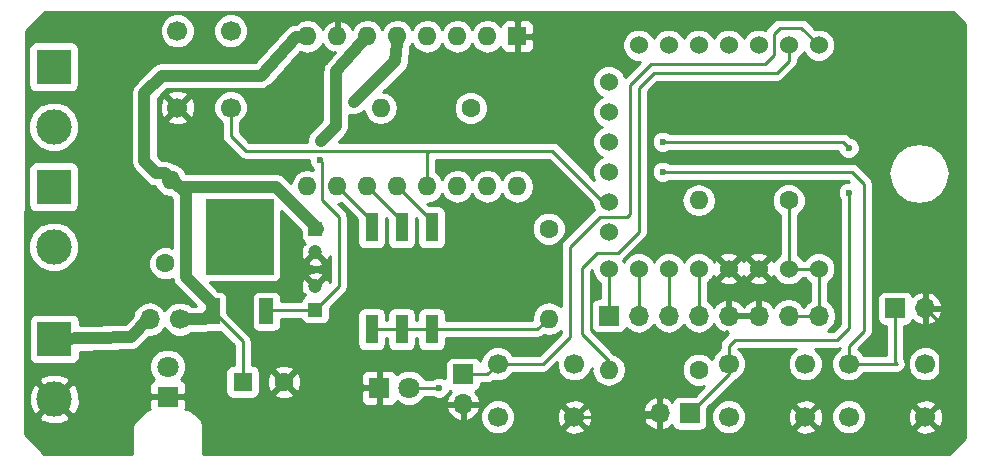
<source format=gbr>
G04 #@! TF.FileFunction,Copper,L1,Top,Signal*
%FSLAX46Y46*%
G04 Gerber Fmt 4.6, Leading zero omitted, Abs format (unit mm)*
G04 Created by KiCad (PCBNEW 4.0.6) date 09/21/17 18:01:10*
%MOMM*%
%LPD*%
G01*
G04 APERTURE LIST*
%ADD10C,0.100000*%
%ADD11R,1.600000X1.600000*%
%ADD12C,1.600000*%
%ADD13R,1.200000X1.200000*%
%ADD14C,1.200000*%
%ADD15R,1.800000X1.800000*%
%ADD16C,1.800000*%
%ADD17R,1.120000X2.440000*%
%ADD18R,3.000000X3.000000*%
%ADD19C,3.000000*%
%ADD20O,1.600000X1.600000*%
%ADD21R,1.200000X2.200000*%
%ADD22R,5.800000X6.400000*%
%ADD23R,2.750000X3.050000*%
%ADD24C,1.700000*%
%ADD25R,1.700000X1.700000*%
%ADD26O,1.700000X1.700000*%
%ADD27C,1.524000*%
%ADD28C,0.600000*%
%ADD29C,1.000000*%
%ADD30C,1.000000*%
%ADD31C,0.250000*%
%ADD32C,0.254000*%
G04 APERTURE END LIST*
D10*
D11*
X91948000Y-97790000D03*
D12*
X95448000Y-97790000D03*
D13*
X98107500Y-84836000D03*
D14*
X98107500Y-86836000D03*
D13*
X98107500Y-91694000D03*
D14*
X98107500Y-89694000D03*
D15*
X103505000Y-98298000D03*
D16*
X106045000Y-98298000D03*
D15*
X85598000Y-99060000D03*
D16*
X85598000Y-96520000D03*
D17*
X102870000Y-93332000D03*
X107950000Y-84722000D03*
X105410000Y-93332000D03*
X105410000Y-84722000D03*
X107950000Y-93332000D03*
X102870000Y-84722000D03*
D18*
X75946000Y-71120000D03*
D19*
X75946000Y-76200000D03*
D18*
X75946000Y-81280000D03*
D19*
X75946000Y-86360000D03*
D18*
X76009500Y-94170500D03*
D19*
X76009500Y-99250500D03*
D12*
X130556000Y-96774000D03*
D20*
X122936000Y-96774000D03*
D12*
X85407500Y-87757000D03*
D20*
X85852000Y-80708500D03*
D21*
X89414000Y-91830000D03*
X93974000Y-91830000D03*
D22*
X91694000Y-85530000D03*
D23*
X93219000Y-83855000D03*
X90169000Y-87205000D03*
X90169000Y-83855000D03*
X93219000Y-87205000D03*
D24*
X120038000Y-100766000D03*
X113538000Y-100766000D03*
X120038000Y-96266000D03*
X113538000Y-96266000D03*
X139596000Y-100766000D03*
X133096000Y-100766000D03*
X139596000Y-96266000D03*
X133096000Y-96266000D03*
X149756000Y-100766000D03*
X143256000Y-100766000D03*
X149756000Y-96266000D03*
X143256000Y-96266000D03*
X86432000Y-74572000D03*
X86432000Y-68072000D03*
X90932000Y-74572000D03*
X90932000Y-68072000D03*
D25*
X122936000Y-92202000D03*
D26*
X125476000Y-92202000D03*
X128016000Y-92202000D03*
X130556000Y-92202000D03*
X133096000Y-92202000D03*
X135636000Y-92202000D03*
X138176000Y-92202000D03*
X140716000Y-92202000D03*
D12*
X117856000Y-84836000D03*
D20*
X117856000Y-92456000D03*
D25*
X129794000Y-100457000D03*
D26*
X127254000Y-100457000D03*
D25*
X110617000Y-97155000D03*
D26*
X110617000Y-99695000D03*
D25*
X147193000Y-91567000D03*
D26*
X149733000Y-91567000D03*
D11*
X115214400Y-68554600D03*
D20*
X97434400Y-81254600D03*
X112674400Y-68554600D03*
X99974400Y-81254600D03*
X110134400Y-68554600D03*
X102514400Y-81254600D03*
X107594400Y-68554600D03*
X105054400Y-81254600D03*
X105054400Y-68554600D03*
X107594400Y-81254600D03*
X102514400Y-68554600D03*
X110134400Y-81254600D03*
X99974400Y-68554600D03*
X112674400Y-81254600D03*
X97434400Y-68554600D03*
X115214400Y-81254600D03*
D24*
X86622799Y-92506800D03*
D26*
X84082799Y-92506800D03*
D12*
X111252000Y-74612500D03*
D20*
X103632000Y-74612500D03*
D12*
X138176000Y-82423000D03*
D20*
X130556000Y-82423000D03*
D27*
X90360500Y-83820000D03*
X93027500Y-83883500D03*
X90360500Y-87185500D03*
X93091000Y-87249000D03*
X122936000Y-88204040D03*
X125476000Y-88204040D03*
X128016000Y-88204040D03*
X130556000Y-88204040D03*
X133096000Y-88204040D03*
X135636000Y-88204040D03*
X138176000Y-88204040D03*
X140716000Y-88204040D03*
X125476000Y-69281040D03*
X128016000Y-69281040D03*
X130556000Y-69281040D03*
X133096000Y-69281040D03*
X135636000Y-69281040D03*
X138176000Y-69281040D03*
X140716000Y-69281040D03*
X122936000Y-85090584D03*
X122936000Y-82550584D03*
X122936000Y-80010584D03*
X122936000Y-77470584D03*
X122936000Y-74930584D03*
X122936000Y-72390584D03*
D28*
X98488500Y-78994000D03*
X108585000Y-98298000D03*
D29*
X101346000Y-74104500D03*
X98552000Y-77400002D03*
D28*
X127508000Y-77470000D03*
X143256000Y-77978000D03*
X143256000Y-81788000D03*
X127508000Y-80010000D03*
D30*
X86622799Y-92506800D02*
X88737200Y-92506800D01*
X88737200Y-92506800D02*
X89414000Y-91830000D01*
X87122000Y-87249000D02*
X87122000Y-81851500D01*
X87122000Y-81851500D02*
X85407500Y-80137000D01*
X87884000Y-81280000D02*
X86550500Y-81280000D01*
X86550500Y-81280000D02*
X85407500Y-80137000D01*
X98298000Y-84836000D02*
X94742000Y-81280000D01*
X94742000Y-81280000D02*
X87884000Y-81280000D01*
X83629500Y-73342500D02*
X83629500Y-79121000D01*
X85090000Y-71882000D02*
X83629500Y-73342500D01*
X93472000Y-71882000D02*
X85090000Y-71882000D01*
X96433542Y-68605400D02*
X93472000Y-71882000D01*
X97663000Y-68605400D02*
X96433542Y-68605400D01*
X83629500Y-79121000D02*
X84645500Y-80137000D01*
X84645500Y-80137000D02*
X85407500Y-80137000D01*
D31*
X89414000Y-91830000D02*
X89414000Y-91192000D01*
D30*
X89414000Y-91192000D02*
X87122000Y-88900000D01*
X87122000Y-88900000D02*
X87122000Y-87249000D01*
X87122000Y-87249000D02*
X87122000Y-87122000D01*
D31*
X91948000Y-97790000D02*
X91948000Y-94364000D01*
X91948000Y-94364000D02*
X89414000Y-91830000D01*
X149756000Y-100766000D02*
X149756000Y-100688000D01*
X149756000Y-100688000D02*
X151003000Y-99441000D01*
X151003000Y-92837000D02*
X149733000Y-91567000D01*
X151003000Y-99441000D02*
X151003000Y-92837000D01*
X120038000Y-100766000D02*
X126945000Y-100766000D01*
X126945000Y-100766000D02*
X127254000Y-100457000D01*
X110617000Y-100457000D02*
X110617000Y-99695000D01*
X139596000Y-100766000D02*
X139628000Y-100766000D01*
X120038000Y-100766000D02*
X120038000Y-100988000D01*
X98107500Y-91694000D02*
X94110000Y-91694000D01*
X94110000Y-91694000D02*
X93974000Y-91830000D01*
X98488500Y-78994000D02*
X98679000Y-79184500D01*
X98679000Y-79184500D02*
X98679000Y-82423000D01*
X98679000Y-82423000D02*
X100076000Y-83820000D01*
X100076000Y-83820000D02*
X100076000Y-89725500D01*
X100076000Y-89725500D02*
X98107500Y-91694000D01*
X138176000Y-82423000D02*
X138176000Y-88204040D01*
X97971500Y-91830000D02*
X98107500Y-91694000D01*
X98107500Y-91694000D02*
X97853500Y-91694000D01*
X138176000Y-88204040D02*
X140716000Y-88204040D01*
X140716000Y-88204040D02*
X140716000Y-92202000D01*
X140716000Y-92202000D02*
X138176000Y-92202000D01*
X138176000Y-92202000D02*
X140716000Y-92202000D01*
X106045000Y-98298000D02*
X108585000Y-98298000D01*
X107950000Y-93332000D02*
X116890500Y-93332000D01*
X116890500Y-93332000D02*
X117766500Y-92456000D01*
X117766500Y-92456000D02*
X117856000Y-92456000D01*
X107950000Y-93332000D02*
X105410000Y-93332000D01*
X117856000Y-92456000D02*
X117348000Y-92456000D01*
X105410000Y-93332000D02*
X102870000Y-93332000D01*
X105410000Y-84722000D02*
X105410000Y-84150200D01*
X105410000Y-84150200D02*
X102514400Y-81254600D01*
X107950000Y-84722000D02*
X107950000Y-84150200D01*
X107950000Y-84150200D02*
X105054400Y-81254600D01*
X102870000Y-84722000D02*
X102870000Y-84150200D01*
X102870000Y-84150200D02*
X99974400Y-81254600D01*
D30*
X101346000Y-74104500D02*
X104877496Y-70636504D01*
X104877496Y-70636504D02*
X105130600Y-68427600D01*
X98552000Y-77400002D02*
X99822000Y-76130002D01*
X99822000Y-76130002D02*
X99822000Y-71520311D01*
X99822000Y-71520311D02*
X102641400Y-68351400D01*
D31*
X122936000Y-88204040D02*
X122936000Y-92202000D01*
X125476000Y-88204040D02*
X125476000Y-92202000D01*
X128016000Y-88204040D02*
X128016000Y-92202000D01*
X130556000Y-88204040D02*
X130556000Y-92202000D01*
X122936000Y-96774000D02*
X122936000Y-96012000D01*
X122936000Y-96012000D02*
X120650000Y-93726000D01*
X120650000Y-93726000D02*
X120650000Y-88138000D01*
X120650000Y-88138000D02*
X121920000Y-86868000D01*
X121920000Y-86868000D02*
X123698000Y-86868000D01*
X123698000Y-86868000D02*
X125476000Y-85090000D01*
X125476000Y-85090000D02*
X125476000Y-72898000D01*
X125476000Y-72898000D02*
X126746000Y-71628000D01*
X126746000Y-71628000D02*
X137160000Y-71628000D01*
X137160000Y-71628000D02*
X138176000Y-70612000D01*
X138176000Y-70612000D02*
X138176000Y-69281040D01*
X110617000Y-97155000D02*
X112649000Y-97155000D01*
X112649000Y-97155000D02*
X113538000Y-96266000D01*
X113538000Y-96266000D02*
X117348000Y-96266000D01*
X139252960Y-67818000D02*
X140716000Y-69281040D01*
X137414000Y-67818000D02*
X139252960Y-67818000D01*
X136906000Y-68326000D02*
X137414000Y-67818000D01*
X136906000Y-70104000D02*
X136906000Y-68326000D01*
X136144000Y-70866000D02*
X136906000Y-70104000D01*
X126492000Y-70866000D02*
X136144000Y-70866000D01*
X124714000Y-72644000D02*
X126492000Y-70866000D01*
X124714000Y-83566000D02*
X124714000Y-72644000D01*
X124460000Y-83820000D02*
X124714000Y-83566000D01*
X122174000Y-83820000D02*
X124460000Y-83820000D01*
X119634000Y-86360000D02*
X122174000Y-83820000D01*
X119634000Y-93980000D02*
X119634000Y-86360000D01*
X117348000Y-96266000D02*
X119634000Y-93980000D01*
X133096000Y-96266000D02*
X133096000Y-97155000D01*
X133096000Y-97155000D02*
X129794000Y-100457000D01*
X133096000Y-96266000D02*
X133096000Y-94742000D01*
X142748000Y-77470000D02*
X127508000Y-77470000D01*
X143256000Y-77978000D02*
X142748000Y-77470000D01*
X143256000Y-93218000D02*
X143256000Y-81788000D01*
X142240000Y-94234000D02*
X143256000Y-93218000D01*
X133604000Y-94234000D02*
X142240000Y-94234000D01*
X133096000Y-94742000D02*
X133604000Y-94234000D01*
X143256000Y-96266000D02*
X147320000Y-96266000D01*
X147193000Y-96139000D02*
X147193000Y-91567000D01*
X147320000Y-96266000D02*
X147193000Y-96139000D01*
X143256000Y-96266000D02*
X143256000Y-94742000D01*
X143510000Y-80010000D02*
X127508000Y-80010000D01*
X144526000Y-81026000D02*
X143510000Y-80010000D01*
X144526000Y-93472000D02*
X144526000Y-81026000D01*
X143256000Y-94742000D02*
X144526000Y-93472000D01*
X122936000Y-82550584D02*
X122492084Y-82550584D01*
X122492084Y-82550584D02*
X118173500Y-78232000D01*
X118173500Y-78232000D02*
X107823000Y-78232000D01*
X107594400Y-81254600D02*
X107594400Y-78460600D01*
X107594400Y-78460600D02*
X107823000Y-78232000D01*
X90932000Y-76962000D02*
X90932000Y-74572000D01*
X92202000Y-78232000D02*
X90932000Y-76962000D01*
X107823000Y-78232000D02*
X92202000Y-78232000D01*
D30*
X76009500Y-94170500D02*
X82486500Y-93980000D01*
X82486500Y-93980000D02*
X83959700Y-92506800D01*
X83959700Y-92506800D02*
X84082799Y-92506800D01*
D32*
G36*
X153087000Y-67478106D02*
X153087000Y-102575908D01*
X151724908Y-103938000D01*
X90534566Y-103938000D01*
X88594000Y-103931611D01*
X88594000Y-101473005D01*
X88594001Y-101473000D01*
X88539954Y-101201295D01*
X88386046Y-100970954D01*
X87751046Y-100335954D01*
X87520705Y-100182046D01*
X87249000Y-100128000D01*
X87115731Y-100128000D01*
X87133000Y-100086309D01*
X87133000Y-100051890D01*
X109175524Y-100051890D01*
X109345355Y-100461924D01*
X109735642Y-100890183D01*
X110260108Y-101136486D01*
X110490000Y-101015819D01*
X110490000Y-99822000D01*
X110744000Y-99822000D01*
X110744000Y-101015819D01*
X110973892Y-101136486D01*
X111136568Y-101060089D01*
X112052743Y-101060089D01*
X112278344Y-101606086D01*
X112695717Y-102024188D01*
X113241319Y-102250742D01*
X113832089Y-102251257D01*
X114378086Y-102025656D01*
X114594160Y-101809958D01*
X119173647Y-101809958D01*
X119253920Y-102061259D01*
X119809279Y-102262718D01*
X120399458Y-102236315D01*
X120822080Y-102061259D01*
X120902353Y-101809958D01*
X120038000Y-100945605D01*
X119173647Y-101809958D01*
X114594160Y-101809958D01*
X114796188Y-101608283D01*
X115022742Y-101062681D01*
X115023200Y-100537279D01*
X118541282Y-100537279D01*
X118567685Y-101127458D01*
X118742741Y-101550080D01*
X118994042Y-101630353D01*
X119858395Y-100766000D01*
X120217605Y-100766000D01*
X121081958Y-101630353D01*
X121333259Y-101550080D01*
X121534718Y-100994721D01*
X121526629Y-100813892D01*
X125812514Y-100813892D01*
X126058817Y-101338358D01*
X126487076Y-101728645D01*
X126897110Y-101898476D01*
X127127000Y-101777155D01*
X127127000Y-100584000D01*
X125933181Y-100584000D01*
X125812514Y-100813892D01*
X121526629Y-100813892D01*
X121508315Y-100404542D01*
X121382215Y-100100108D01*
X125812514Y-100100108D01*
X125933181Y-100330000D01*
X127127000Y-100330000D01*
X127127000Y-99136845D01*
X126897110Y-99015524D01*
X126487076Y-99185355D01*
X126058817Y-99575642D01*
X125812514Y-100100108D01*
X121382215Y-100100108D01*
X121333259Y-99981920D01*
X121081958Y-99901647D01*
X120217605Y-100766000D01*
X119858395Y-100766000D01*
X118994042Y-99901647D01*
X118742741Y-99981920D01*
X118541282Y-100537279D01*
X115023200Y-100537279D01*
X115023257Y-100471911D01*
X114797656Y-99925914D01*
X114594140Y-99722042D01*
X119173647Y-99722042D01*
X120038000Y-100586395D01*
X120902353Y-99722042D01*
X120822080Y-99470741D01*
X120266721Y-99269282D01*
X119676542Y-99295685D01*
X119253920Y-99470741D01*
X119173647Y-99722042D01*
X114594140Y-99722042D01*
X114380283Y-99507812D01*
X113834681Y-99281258D01*
X113243911Y-99280743D01*
X112697914Y-99506344D01*
X112279812Y-99923717D01*
X112053258Y-100469319D01*
X112052743Y-101060089D01*
X111136568Y-101060089D01*
X111498358Y-100890183D01*
X111888645Y-100461924D01*
X112058476Y-100051890D01*
X111937155Y-99822000D01*
X110744000Y-99822000D01*
X110490000Y-99822000D01*
X109296845Y-99822000D01*
X109175524Y-100051890D01*
X87133000Y-100051890D01*
X87133000Y-99345750D01*
X86974250Y-99187000D01*
X85725000Y-99187000D01*
X85725000Y-99207000D01*
X85471000Y-99207000D01*
X85471000Y-99187000D01*
X84221750Y-99187000D01*
X84063000Y-99345750D01*
X84063000Y-100086309D01*
X84080269Y-100128000D01*
X84074000Y-100128000D01*
X83802295Y-100182046D01*
X83571954Y-100335954D01*
X82809954Y-101097954D01*
X82656046Y-101328295D01*
X82602000Y-101600000D01*
X82602000Y-103911885D01*
X75173521Y-103887429D01*
X73533206Y-102247114D01*
X73535857Y-100764470D01*
X74675135Y-100764470D01*
X74834918Y-101083239D01*
X75625687Y-101393223D01*
X76474887Y-101376997D01*
X77184082Y-101083239D01*
X77343865Y-100764470D01*
X76009500Y-99430105D01*
X74675135Y-100764470D01*
X73535857Y-100764470D01*
X73539252Y-98866687D01*
X73866777Y-98866687D01*
X73883003Y-99715887D01*
X74176761Y-100425082D01*
X74495530Y-100584865D01*
X75829895Y-99250500D01*
X76189105Y-99250500D01*
X77523470Y-100584865D01*
X77842239Y-100425082D01*
X78152223Y-99634313D01*
X78135997Y-98785113D01*
X77842239Y-98075918D01*
X77523470Y-97916135D01*
X76189105Y-99250500D01*
X75829895Y-99250500D01*
X74495530Y-97916135D01*
X74176761Y-98075918D01*
X73866777Y-98866687D01*
X73539252Y-98866687D01*
X73541273Y-97736530D01*
X74675135Y-97736530D01*
X76009500Y-99070895D01*
X77343865Y-97736530D01*
X77184082Y-97417761D01*
X76393313Y-97107777D01*
X75544113Y-97124003D01*
X74834918Y-97417761D01*
X74675135Y-97736530D01*
X73541273Y-97736530D01*
X73542905Y-96823991D01*
X84062735Y-96823991D01*
X84295932Y-97388371D01*
X84473092Y-97565841D01*
X84338301Y-97621673D01*
X84159673Y-97800302D01*
X84063000Y-98033691D01*
X84063000Y-98774250D01*
X84221750Y-98933000D01*
X85471000Y-98933000D01*
X85471000Y-98913000D01*
X85725000Y-98913000D01*
X85725000Y-98933000D01*
X86974250Y-98933000D01*
X87133000Y-98774250D01*
X87133000Y-98033691D01*
X87036327Y-97800302D01*
X86857699Y-97621673D01*
X86723006Y-97565881D01*
X86898551Y-97390643D01*
X87132733Y-96826670D01*
X87133265Y-96216009D01*
X86900068Y-95651629D01*
X86468643Y-95219449D01*
X85904670Y-94985267D01*
X85294009Y-94984735D01*
X84729629Y-95217932D01*
X84297449Y-95649357D01*
X84063267Y-96213330D01*
X84062735Y-96823991D01*
X73542905Y-96823991D01*
X73550336Y-92670500D01*
X73862060Y-92670500D01*
X73862060Y-95670500D01*
X73906338Y-95905817D01*
X74045410Y-96121941D01*
X74257610Y-96266931D01*
X74509500Y-96317940D01*
X77509500Y-96317940D01*
X77744817Y-96273662D01*
X77960941Y-96134590D01*
X78105931Y-95922390D01*
X78156940Y-95670500D01*
X78156940Y-95242830D01*
X82519868Y-95114509D01*
X82719716Y-95068610D01*
X82920845Y-95028603D01*
X82934951Y-95019178D01*
X82951486Y-95015380D01*
X83118563Y-94896492D01*
X83289066Y-94782566D01*
X84056058Y-94015574D01*
X84082799Y-94020893D01*
X84651084Y-93907854D01*
X85132853Y-93585947D01*
X85336184Y-93281640D01*
X85363143Y-93346886D01*
X85780516Y-93764988D01*
X86326118Y-93991542D01*
X86916888Y-93992057D01*
X87462885Y-93766456D01*
X87587759Y-93641800D01*
X88737200Y-93641800D01*
X89060759Y-93577440D01*
X90014000Y-93577440D01*
X90075135Y-93565937D01*
X91188000Y-94678802D01*
X91188000Y-96342560D01*
X91148000Y-96342560D01*
X90912683Y-96386838D01*
X90696559Y-96525910D01*
X90551569Y-96738110D01*
X90500560Y-96990000D01*
X90500560Y-98590000D01*
X90544838Y-98825317D01*
X90683910Y-99041441D01*
X90896110Y-99186431D01*
X91148000Y-99237440D01*
X92748000Y-99237440D01*
X92983317Y-99193162D01*
X93199441Y-99054090D01*
X93344431Y-98841890D01*
X93353370Y-98797745D01*
X94619861Y-98797745D01*
X94693995Y-99043864D01*
X95231223Y-99236965D01*
X95801454Y-99209778D01*
X96202005Y-99043864D01*
X96276139Y-98797745D01*
X95448000Y-97969605D01*
X94619861Y-98797745D01*
X93353370Y-98797745D01*
X93395440Y-98590000D01*
X93395440Y-97573223D01*
X94001035Y-97573223D01*
X94028222Y-98143454D01*
X94194136Y-98544005D01*
X94440255Y-98618139D01*
X95268395Y-97790000D01*
X95627605Y-97790000D01*
X96455745Y-98618139D01*
X96569913Y-98583750D01*
X101970000Y-98583750D01*
X101970000Y-99324310D01*
X102066673Y-99557699D01*
X102245302Y-99736327D01*
X102478691Y-99833000D01*
X103219250Y-99833000D01*
X103378000Y-99674250D01*
X103378000Y-98425000D01*
X102128750Y-98425000D01*
X101970000Y-98583750D01*
X96569913Y-98583750D01*
X96701864Y-98544005D01*
X96894965Y-98006777D01*
X96867778Y-97436546D01*
X96799493Y-97271690D01*
X101970000Y-97271690D01*
X101970000Y-98012250D01*
X102128750Y-98171000D01*
X103378000Y-98171000D01*
X103378000Y-96921750D01*
X103219250Y-96763000D01*
X102478691Y-96763000D01*
X102245302Y-96859673D01*
X102066673Y-97038301D01*
X101970000Y-97271690D01*
X96799493Y-97271690D01*
X96701864Y-97035995D01*
X96455745Y-96961861D01*
X95627605Y-97790000D01*
X95268395Y-97790000D01*
X94440255Y-96961861D01*
X94194136Y-97035995D01*
X94001035Y-97573223D01*
X93395440Y-97573223D01*
X93395440Y-96990000D01*
X93356351Y-96782255D01*
X94619861Y-96782255D01*
X95448000Y-97610395D01*
X96276139Y-96782255D01*
X96202005Y-96536136D01*
X95664777Y-96343035D01*
X95094546Y-96370222D01*
X94693995Y-96536136D01*
X94619861Y-96782255D01*
X93356351Y-96782255D01*
X93351162Y-96754683D01*
X93212090Y-96538559D01*
X92999890Y-96393569D01*
X92748000Y-96342560D01*
X92708000Y-96342560D01*
X92708000Y-94364000D01*
X92689469Y-94270839D01*
X92650148Y-94073160D01*
X92485401Y-93826599D01*
X90661440Y-92002638D01*
X90661440Y-90730000D01*
X90617162Y-90494683D01*
X90478090Y-90278559D01*
X90265890Y-90133569D01*
X90014000Y-90082560D01*
X89909693Y-90082560D01*
X89192133Y-89365000D01*
X91670310Y-89365000D01*
X91694000Y-89355187D01*
X91717690Y-89365000D01*
X94720310Y-89365000D01*
X94953699Y-89268327D01*
X95132327Y-89089698D01*
X95229000Y-88856309D01*
X95229000Y-88831265D01*
X97424370Y-88831265D01*
X98107500Y-89514395D01*
X98790630Y-88831265D01*
X98741117Y-88605836D01*
X98276464Y-88446193D01*
X97786087Y-88476518D01*
X97473883Y-88605836D01*
X97424370Y-88831265D01*
X95229000Y-88831265D01*
X95229000Y-87698735D01*
X97424370Y-87698735D01*
X97473883Y-87924164D01*
X97938536Y-88083807D01*
X98428913Y-88053482D01*
X98741117Y-87924164D01*
X98790630Y-87698735D01*
X98107500Y-87015605D01*
X97424370Y-87698735D01*
X95229000Y-87698735D01*
X95229000Y-85553691D01*
X95219187Y-85530000D01*
X95229000Y-85506309D01*
X95229000Y-83372132D01*
X96860060Y-85003192D01*
X96860060Y-85436000D01*
X96904338Y-85671317D01*
X97043410Y-85887441D01*
X97183255Y-85982993D01*
X97129070Y-86037178D01*
X97244763Y-86152871D01*
X97019336Y-86202383D01*
X96859693Y-86667036D01*
X96890018Y-87157413D01*
X97019336Y-87469617D01*
X97244765Y-87519130D01*
X97927895Y-86836000D01*
X97913753Y-86821858D01*
X98093358Y-86642253D01*
X98107500Y-86656395D01*
X98121643Y-86642253D01*
X98301248Y-86821858D01*
X98287105Y-86836000D01*
X98970235Y-87519130D01*
X99195664Y-87469617D01*
X99316000Y-87119370D01*
X99316000Y-89350902D01*
X99195664Y-89060383D01*
X98970235Y-89010870D01*
X98287105Y-89694000D01*
X98301248Y-89708143D01*
X98121643Y-89887748D01*
X98107500Y-89873605D01*
X98093358Y-89887748D01*
X97913753Y-89708143D01*
X97927895Y-89694000D01*
X97244765Y-89010870D01*
X97019336Y-89060383D01*
X96859693Y-89525036D01*
X96890018Y-90015413D01*
X97019336Y-90327617D01*
X97244763Y-90377129D01*
X97129070Y-90492822D01*
X97183897Y-90547649D01*
X97056059Y-90629910D01*
X96911069Y-90842110D01*
X96892461Y-90934000D01*
X95221440Y-90934000D01*
X95221440Y-90730000D01*
X95177162Y-90494683D01*
X95038090Y-90278559D01*
X94825890Y-90133569D01*
X94574000Y-90082560D01*
X93374000Y-90082560D01*
X93138683Y-90126838D01*
X92922559Y-90265910D01*
X92777569Y-90478110D01*
X92726560Y-90730000D01*
X92726560Y-92930000D01*
X92770838Y-93165317D01*
X92909910Y-93381441D01*
X93122110Y-93526431D01*
X93374000Y-93577440D01*
X94574000Y-93577440D01*
X94809317Y-93533162D01*
X95025441Y-93394090D01*
X95170431Y-93181890D01*
X95221440Y-92930000D01*
X95221440Y-92454000D01*
X96890166Y-92454000D01*
X96904338Y-92529317D01*
X97043410Y-92745441D01*
X97255610Y-92890431D01*
X97507500Y-92941440D01*
X98707500Y-92941440D01*
X98942817Y-92897162D01*
X99158941Y-92758090D01*
X99303931Y-92545890D01*
X99354940Y-92294000D01*
X99354940Y-91521362D01*
X100613401Y-90262901D01*
X100778148Y-90016340D01*
X100836000Y-89725500D01*
X100836000Y-83820000D01*
X100821831Y-83748767D01*
X100778148Y-83529160D01*
X100613401Y-83282599D01*
X100036219Y-82705417D01*
X100298286Y-82653288D01*
X101662560Y-84017562D01*
X101662560Y-85942000D01*
X101706838Y-86177317D01*
X101845910Y-86393441D01*
X102058110Y-86538431D01*
X102310000Y-86589440D01*
X103430000Y-86589440D01*
X103665317Y-86545162D01*
X103881441Y-86406090D01*
X104026431Y-86193890D01*
X104077440Y-85942000D01*
X104077440Y-83892442D01*
X104202560Y-84017562D01*
X104202560Y-85942000D01*
X104246838Y-86177317D01*
X104385910Y-86393441D01*
X104598110Y-86538431D01*
X104850000Y-86589440D01*
X105970000Y-86589440D01*
X106205317Y-86545162D01*
X106421441Y-86406090D01*
X106566431Y-86193890D01*
X106617440Y-85942000D01*
X106617440Y-83892442D01*
X106742560Y-84017562D01*
X106742560Y-85942000D01*
X106786838Y-86177317D01*
X106925910Y-86393441D01*
X107138110Y-86538431D01*
X107390000Y-86589440D01*
X108510000Y-86589440D01*
X108745317Y-86545162D01*
X108961441Y-86406090D01*
X109106431Y-86193890D01*
X109157440Y-85942000D01*
X109157440Y-85120187D01*
X116420752Y-85120187D01*
X116638757Y-85647800D01*
X117042077Y-86051824D01*
X117569309Y-86270750D01*
X118140187Y-86271248D01*
X118667800Y-86053243D01*
X119071824Y-85649923D01*
X119290750Y-85122691D01*
X119291248Y-84551813D01*
X119073243Y-84024200D01*
X118669923Y-83620176D01*
X118142691Y-83401250D01*
X117571813Y-83400752D01*
X117044200Y-83618757D01*
X116640176Y-84022077D01*
X116421250Y-84549309D01*
X116420752Y-85120187D01*
X109157440Y-85120187D01*
X109157440Y-83502000D01*
X109113162Y-83266683D01*
X108974090Y-83050559D01*
X108761890Y-82905569D01*
X108510000Y-82854560D01*
X107729162Y-82854560D01*
X107591797Y-82717195D01*
X107594400Y-82717713D01*
X108143551Y-82608480D01*
X108609098Y-82297411D01*
X108864400Y-81915325D01*
X109119702Y-82297411D01*
X109585249Y-82608480D01*
X110134400Y-82717713D01*
X110683551Y-82608480D01*
X111149098Y-82297411D01*
X111404400Y-81915325D01*
X111659702Y-82297411D01*
X112125249Y-82608480D01*
X112674400Y-82717713D01*
X113223551Y-82608480D01*
X113689098Y-82297411D01*
X113944400Y-81915325D01*
X114199702Y-82297411D01*
X114665249Y-82608480D01*
X115214400Y-82717713D01*
X115763551Y-82608480D01*
X116229098Y-82297411D01*
X116540167Y-81831864D01*
X116649400Y-81282713D01*
X116649400Y-81226487D01*
X116540167Y-80677336D01*
X116229098Y-80211789D01*
X115763551Y-79900720D01*
X115214400Y-79791487D01*
X114665249Y-79900720D01*
X114199702Y-80211789D01*
X113944400Y-80593875D01*
X113689098Y-80211789D01*
X113223551Y-79900720D01*
X112674400Y-79791487D01*
X112125249Y-79900720D01*
X111659702Y-80211789D01*
X111404400Y-80593875D01*
X111149098Y-80211789D01*
X110683551Y-79900720D01*
X110134400Y-79791487D01*
X109585249Y-79900720D01*
X109119702Y-80211789D01*
X108864400Y-80593875D01*
X108609098Y-80211789D01*
X108354400Y-80041605D01*
X108354400Y-78992000D01*
X117858698Y-78992000D01*
X121538893Y-82672195D01*
X121538758Y-82827245D01*
X121707368Y-83235313D01*
X121636599Y-83282599D01*
X119096599Y-85822599D01*
X118931852Y-86069161D01*
X118874000Y-86360000D01*
X118874000Y-91418131D01*
X118870698Y-91413189D01*
X118405151Y-91102120D01*
X117856000Y-90992887D01*
X117306849Y-91102120D01*
X116841302Y-91413189D01*
X116530233Y-91878736D01*
X116421000Y-92427887D01*
X116421000Y-92484113D01*
X116438482Y-92572000D01*
X109157440Y-92572000D01*
X109157440Y-92112000D01*
X109113162Y-91876683D01*
X108974090Y-91660559D01*
X108761890Y-91515569D01*
X108510000Y-91464560D01*
X107390000Y-91464560D01*
X107154683Y-91508838D01*
X106938559Y-91647910D01*
X106793569Y-91860110D01*
X106742560Y-92112000D01*
X106742560Y-92572000D01*
X106617440Y-92572000D01*
X106617440Y-92112000D01*
X106573162Y-91876683D01*
X106434090Y-91660559D01*
X106221890Y-91515569D01*
X105970000Y-91464560D01*
X104850000Y-91464560D01*
X104614683Y-91508838D01*
X104398559Y-91647910D01*
X104253569Y-91860110D01*
X104202560Y-92112000D01*
X104202560Y-92572000D01*
X104077440Y-92572000D01*
X104077440Y-92112000D01*
X104033162Y-91876683D01*
X103894090Y-91660559D01*
X103681890Y-91515569D01*
X103430000Y-91464560D01*
X102310000Y-91464560D01*
X102074683Y-91508838D01*
X101858559Y-91647910D01*
X101713569Y-91860110D01*
X101662560Y-92112000D01*
X101662560Y-94552000D01*
X101706838Y-94787317D01*
X101845910Y-95003441D01*
X102058110Y-95148431D01*
X102310000Y-95199440D01*
X103430000Y-95199440D01*
X103665317Y-95155162D01*
X103881441Y-95016090D01*
X104026431Y-94803890D01*
X104077440Y-94552000D01*
X104077440Y-94092000D01*
X104202560Y-94092000D01*
X104202560Y-94552000D01*
X104246838Y-94787317D01*
X104385910Y-95003441D01*
X104598110Y-95148431D01*
X104850000Y-95199440D01*
X105970000Y-95199440D01*
X106205317Y-95155162D01*
X106421441Y-95016090D01*
X106566431Y-94803890D01*
X106617440Y-94552000D01*
X106617440Y-94092000D01*
X106742560Y-94092000D01*
X106742560Y-94552000D01*
X106786838Y-94787317D01*
X106925910Y-95003441D01*
X107138110Y-95148431D01*
X107390000Y-95199440D01*
X108510000Y-95199440D01*
X108745317Y-95155162D01*
X108961441Y-95016090D01*
X109106431Y-94803890D01*
X109157440Y-94552000D01*
X109157440Y-94092000D01*
X116890500Y-94092000D01*
X117181339Y-94034148D01*
X117427901Y-93869401D01*
X117457463Y-93839839D01*
X117856000Y-93919113D01*
X118405151Y-93809880D01*
X118870698Y-93498811D01*
X118874000Y-93493869D01*
X118874000Y-93665198D01*
X117033198Y-95506000D01*
X114830747Y-95506000D01*
X114797656Y-95425914D01*
X114380283Y-95007812D01*
X113834681Y-94781258D01*
X113243911Y-94780743D01*
X112697914Y-95006344D01*
X112279812Y-95423717D01*
X112053258Y-95969319D01*
X112053193Y-96043313D01*
X111931090Y-95853559D01*
X111718890Y-95708569D01*
X111467000Y-95657560D01*
X109767000Y-95657560D01*
X109531683Y-95701838D01*
X109315559Y-95840910D01*
X109170569Y-96053110D01*
X109119560Y-96305000D01*
X109119560Y-97510048D01*
X109115327Y-97505808D01*
X108771799Y-97363162D01*
X108399833Y-97362838D01*
X108056057Y-97504883D01*
X108022882Y-97538000D01*
X107391846Y-97538000D01*
X107347068Y-97429629D01*
X106915643Y-96997449D01*
X106351670Y-96763267D01*
X105741009Y-96762735D01*
X105176629Y-96995932D01*
X104999159Y-97173092D01*
X104943327Y-97038301D01*
X104764698Y-96859673D01*
X104531309Y-96763000D01*
X103790750Y-96763000D01*
X103632000Y-96921750D01*
X103632000Y-98171000D01*
X103652000Y-98171000D01*
X103652000Y-98425000D01*
X103632000Y-98425000D01*
X103632000Y-99674250D01*
X103790750Y-99833000D01*
X104531309Y-99833000D01*
X104764698Y-99736327D01*
X104943327Y-99557699D01*
X104999119Y-99423006D01*
X105174357Y-99598551D01*
X105738330Y-99832733D01*
X106348991Y-99833265D01*
X106913371Y-99600068D01*
X107345551Y-99168643D01*
X107391494Y-99058000D01*
X108022537Y-99058000D01*
X108054673Y-99090192D01*
X108398201Y-99232838D01*
X108770167Y-99233162D01*
X109113943Y-99091117D01*
X109377192Y-98828327D01*
X109481067Y-98578170D01*
X109515110Y-98601431D01*
X109623107Y-98623301D01*
X109345355Y-98928076D01*
X109175524Y-99338110D01*
X109296845Y-99568000D01*
X110490000Y-99568000D01*
X110490000Y-99548000D01*
X110744000Y-99548000D01*
X110744000Y-99568000D01*
X111937155Y-99568000D01*
X112058476Y-99338110D01*
X111888645Y-98928076D01*
X111612499Y-98625063D01*
X111702317Y-98608162D01*
X111918441Y-98469090D01*
X112063431Y-98256890D01*
X112114440Y-98005000D01*
X112114440Y-97915000D01*
X112649000Y-97915000D01*
X112939839Y-97857148D01*
X113153600Y-97714318D01*
X113241319Y-97750742D01*
X113832089Y-97751257D01*
X114378086Y-97525656D01*
X114796188Y-97108283D01*
X114830355Y-97026000D01*
X117348000Y-97026000D01*
X117638839Y-96968148D01*
X117885401Y-96803401D01*
X118553113Y-96135689D01*
X118552743Y-96560089D01*
X118778344Y-97106086D01*
X119195717Y-97524188D01*
X119741319Y-97750742D01*
X120332089Y-97751257D01*
X120878086Y-97525656D01*
X121296188Y-97108283D01*
X121507729Y-96598835D01*
X121472887Y-96774000D01*
X121582120Y-97323151D01*
X121893189Y-97788698D01*
X122358736Y-98099767D01*
X122907887Y-98209000D01*
X122964113Y-98209000D01*
X123513264Y-98099767D01*
X123978811Y-97788698D01*
X124289880Y-97323151D01*
X124399113Y-96774000D01*
X124289880Y-96224849D01*
X123978811Y-95759302D01*
X123513264Y-95448233D01*
X123430590Y-95431788D01*
X121410000Y-93411198D01*
X121410000Y-88452802D01*
X121538895Y-88323907D01*
X121538758Y-88480701D01*
X121750990Y-88994343D01*
X122143630Y-89387669D01*
X122176000Y-89401110D01*
X122176000Y-90704560D01*
X122086000Y-90704560D01*
X121850683Y-90748838D01*
X121634559Y-90887910D01*
X121489569Y-91100110D01*
X121438560Y-91352000D01*
X121438560Y-93052000D01*
X121482838Y-93287317D01*
X121621910Y-93503441D01*
X121834110Y-93648431D01*
X122086000Y-93699440D01*
X123786000Y-93699440D01*
X124021317Y-93655162D01*
X124237441Y-93516090D01*
X124382431Y-93303890D01*
X124396086Y-93236459D01*
X124425946Y-93281147D01*
X124907715Y-93603054D01*
X125476000Y-93716093D01*
X126044285Y-93603054D01*
X126526054Y-93281147D01*
X126746000Y-92951974D01*
X126965946Y-93281147D01*
X127447715Y-93603054D01*
X128016000Y-93716093D01*
X128584285Y-93603054D01*
X129066054Y-93281147D01*
X129286000Y-92951974D01*
X129505946Y-93281147D01*
X129987715Y-93603054D01*
X130556000Y-93716093D01*
X131124285Y-93603054D01*
X131606054Y-93281147D01*
X131833702Y-92940447D01*
X131900817Y-93083358D01*
X132329076Y-93473645D01*
X132739110Y-93643476D01*
X132968998Y-93522156D01*
X132968998Y-93687000D01*
X133080965Y-93687000D01*
X133066599Y-93696599D01*
X132558599Y-94204599D01*
X132393852Y-94451161D01*
X132336000Y-94742000D01*
X132336000Y-94973253D01*
X132255914Y-95006344D01*
X131837812Y-95423717D01*
X131660931Y-95849692D01*
X131369923Y-95558176D01*
X130842691Y-95339250D01*
X130271813Y-95338752D01*
X129744200Y-95556757D01*
X129340176Y-95960077D01*
X129121250Y-96487309D01*
X129120752Y-97058187D01*
X129338757Y-97585800D01*
X129742077Y-97989824D01*
X130269309Y-98208750D01*
X130840187Y-98209248D01*
X131056208Y-98119990D01*
X130216638Y-98959560D01*
X128944000Y-98959560D01*
X128708683Y-99003838D01*
X128492559Y-99142910D01*
X128347569Y-99355110D01*
X128325699Y-99463107D01*
X128020924Y-99185355D01*
X127610890Y-99015524D01*
X127381000Y-99136845D01*
X127381000Y-100330000D01*
X127401000Y-100330000D01*
X127401000Y-100584000D01*
X127381000Y-100584000D01*
X127381000Y-101777155D01*
X127610890Y-101898476D01*
X128020924Y-101728645D01*
X128323937Y-101452499D01*
X128340838Y-101542317D01*
X128479910Y-101758441D01*
X128692110Y-101903431D01*
X128944000Y-101954440D01*
X130644000Y-101954440D01*
X130879317Y-101910162D01*
X131095441Y-101771090D01*
X131240431Y-101558890D01*
X131291440Y-101307000D01*
X131291440Y-101060089D01*
X131610743Y-101060089D01*
X131836344Y-101606086D01*
X132253717Y-102024188D01*
X132799319Y-102250742D01*
X133390089Y-102251257D01*
X133936086Y-102025656D01*
X134152160Y-101809958D01*
X138731647Y-101809958D01*
X138811920Y-102061259D01*
X139367279Y-102262718D01*
X139957458Y-102236315D01*
X140380080Y-102061259D01*
X140460353Y-101809958D01*
X139596000Y-100945605D01*
X138731647Y-101809958D01*
X134152160Y-101809958D01*
X134354188Y-101608283D01*
X134580742Y-101062681D01*
X134581200Y-100537279D01*
X138099282Y-100537279D01*
X138125685Y-101127458D01*
X138300741Y-101550080D01*
X138552042Y-101630353D01*
X139416395Y-100766000D01*
X139775605Y-100766000D01*
X140639958Y-101630353D01*
X140891259Y-101550080D01*
X141069005Y-101060089D01*
X141770743Y-101060089D01*
X141996344Y-101606086D01*
X142413717Y-102024188D01*
X142959319Y-102250742D01*
X143550089Y-102251257D01*
X144096086Y-102025656D01*
X144312160Y-101809958D01*
X148891647Y-101809958D01*
X148971920Y-102061259D01*
X149527279Y-102262718D01*
X150117458Y-102236315D01*
X150540080Y-102061259D01*
X150620353Y-101809958D01*
X149756000Y-100945605D01*
X148891647Y-101809958D01*
X144312160Y-101809958D01*
X144514188Y-101608283D01*
X144740742Y-101062681D01*
X144741200Y-100537279D01*
X148259282Y-100537279D01*
X148285685Y-101127458D01*
X148460741Y-101550080D01*
X148712042Y-101630353D01*
X149576395Y-100766000D01*
X149935605Y-100766000D01*
X150799958Y-101630353D01*
X151051259Y-101550080D01*
X151252718Y-100994721D01*
X151226315Y-100404542D01*
X151051259Y-99981920D01*
X150799958Y-99901647D01*
X149935605Y-100766000D01*
X149576395Y-100766000D01*
X148712042Y-99901647D01*
X148460741Y-99981920D01*
X148259282Y-100537279D01*
X144741200Y-100537279D01*
X144741257Y-100471911D01*
X144515656Y-99925914D01*
X144312140Y-99722042D01*
X148891647Y-99722042D01*
X149756000Y-100586395D01*
X150620353Y-99722042D01*
X150540080Y-99470741D01*
X149984721Y-99269282D01*
X149394542Y-99295685D01*
X148971920Y-99470741D01*
X148891647Y-99722042D01*
X144312140Y-99722042D01*
X144098283Y-99507812D01*
X143552681Y-99281258D01*
X142961911Y-99280743D01*
X142415914Y-99506344D01*
X141997812Y-99923717D01*
X141771258Y-100469319D01*
X141770743Y-101060089D01*
X141069005Y-101060089D01*
X141092718Y-100994721D01*
X141066315Y-100404542D01*
X140891259Y-99981920D01*
X140639958Y-99901647D01*
X139775605Y-100766000D01*
X139416395Y-100766000D01*
X138552042Y-99901647D01*
X138300741Y-99981920D01*
X138099282Y-100537279D01*
X134581200Y-100537279D01*
X134581257Y-100471911D01*
X134355656Y-99925914D01*
X134152140Y-99722042D01*
X138731647Y-99722042D01*
X139596000Y-100586395D01*
X140460353Y-99722042D01*
X140380080Y-99470741D01*
X139824721Y-99269282D01*
X139234542Y-99295685D01*
X138811920Y-99470741D01*
X138731647Y-99722042D01*
X134152140Y-99722042D01*
X133938283Y-99507812D01*
X133392681Y-99281258D01*
X132801911Y-99280743D01*
X132255914Y-99506344D01*
X131837812Y-99923717D01*
X131611258Y-100469319D01*
X131610743Y-101060089D01*
X131291440Y-101060089D01*
X131291440Y-100034362D01*
X133633401Y-97692401D01*
X133671870Y-97634827D01*
X133936086Y-97525656D01*
X134354188Y-97108283D01*
X134580742Y-96562681D01*
X134581257Y-95971911D01*
X134355656Y-95425914D01*
X133938283Y-95007812D01*
X133914758Y-94998044D01*
X133918802Y-94994000D01*
X138785789Y-94994000D01*
X138755914Y-95006344D01*
X138337812Y-95423717D01*
X138111258Y-95969319D01*
X138110743Y-96560089D01*
X138336344Y-97106086D01*
X138753717Y-97524188D01*
X139299319Y-97750742D01*
X139890089Y-97751257D01*
X140436086Y-97525656D01*
X140854188Y-97108283D01*
X141080742Y-96562681D01*
X141081257Y-95971911D01*
X140855656Y-95425914D01*
X140438283Y-95007812D01*
X140405020Y-94994000D01*
X142240000Y-94994000D01*
X142496000Y-94943078D01*
X142496000Y-94973253D01*
X142415914Y-95006344D01*
X141997812Y-95423717D01*
X141771258Y-95969319D01*
X141770743Y-96560089D01*
X141996344Y-97106086D01*
X142413717Y-97524188D01*
X142959319Y-97750742D01*
X143550089Y-97751257D01*
X144096086Y-97525656D01*
X144514188Y-97108283D01*
X144548355Y-97026000D01*
X147320000Y-97026000D01*
X147610839Y-96968148D01*
X147857401Y-96803401D01*
X148019976Y-96560089D01*
X148270743Y-96560089D01*
X148496344Y-97106086D01*
X148913717Y-97524188D01*
X149459319Y-97750742D01*
X150050089Y-97751257D01*
X150596086Y-97525656D01*
X151014188Y-97108283D01*
X151240742Y-96562681D01*
X151241257Y-95971911D01*
X151015656Y-95425914D01*
X150598283Y-95007812D01*
X150052681Y-94781258D01*
X149461911Y-94780743D01*
X148915914Y-95006344D01*
X148497812Y-95423717D01*
X148271258Y-95969319D01*
X148270743Y-96560089D01*
X148019976Y-96560089D01*
X148022148Y-96556839D01*
X148080000Y-96266000D01*
X148022148Y-95975161D01*
X147953000Y-95871673D01*
X147953000Y-93064440D01*
X148043000Y-93064440D01*
X148278317Y-93020162D01*
X148494441Y-92881090D01*
X148639431Y-92668890D01*
X148661301Y-92560893D01*
X148966076Y-92838645D01*
X149376110Y-93008476D01*
X149606000Y-92887155D01*
X149606000Y-91694000D01*
X149860000Y-91694000D01*
X149860000Y-92887155D01*
X150089890Y-93008476D01*
X150499924Y-92838645D01*
X150928183Y-92448358D01*
X151174486Y-91923892D01*
X151053819Y-91694000D01*
X149860000Y-91694000D01*
X149606000Y-91694000D01*
X149586000Y-91694000D01*
X149586000Y-91440000D01*
X149606000Y-91440000D01*
X149606000Y-90246845D01*
X149860000Y-90246845D01*
X149860000Y-91440000D01*
X151053819Y-91440000D01*
X151174486Y-91210108D01*
X150928183Y-90685642D01*
X150499924Y-90295355D01*
X150089890Y-90125524D01*
X149860000Y-90246845D01*
X149606000Y-90246845D01*
X149376110Y-90125524D01*
X148966076Y-90295355D01*
X148663063Y-90571501D01*
X148646162Y-90481683D01*
X148507090Y-90265559D01*
X148294890Y-90120569D01*
X148043000Y-90069560D01*
X146343000Y-90069560D01*
X146107683Y-90113838D01*
X145891559Y-90252910D01*
X145746569Y-90465110D01*
X145695560Y-90717000D01*
X145695560Y-92417000D01*
X145739838Y-92652317D01*
X145878910Y-92868441D01*
X146091110Y-93013431D01*
X146343000Y-93064440D01*
X146433000Y-93064440D01*
X146433000Y-95506000D01*
X144548747Y-95506000D01*
X144515656Y-95425914D01*
X144098283Y-95007812D01*
X144074758Y-94998044D01*
X145063401Y-94009401D01*
X145228148Y-93762840D01*
X145286000Y-93472000D01*
X145286000Y-81026000D01*
X145228148Y-80735161D01*
X145063401Y-80488599D01*
X144711802Y-80137000D01*
X146627009Y-80137000D01*
X146824769Y-81131208D01*
X147387943Y-81974057D01*
X148230792Y-82537231D01*
X149225000Y-82734991D01*
X150219208Y-82537231D01*
X151062057Y-81974057D01*
X151625231Y-81131208D01*
X151822991Y-80137000D01*
X151625231Y-79142792D01*
X151062057Y-78299943D01*
X150219208Y-77736769D01*
X149225000Y-77539009D01*
X148230792Y-77736769D01*
X147387943Y-78299943D01*
X146824769Y-79142792D01*
X146627009Y-80137000D01*
X144711802Y-80137000D01*
X144047401Y-79472599D01*
X143800839Y-79307852D01*
X143510000Y-79250000D01*
X128070463Y-79250000D01*
X128038327Y-79217808D01*
X127694799Y-79075162D01*
X127322833Y-79074838D01*
X126979057Y-79216883D01*
X126715808Y-79479673D01*
X126573162Y-79823201D01*
X126572838Y-80195167D01*
X126714883Y-80538943D01*
X126977673Y-80802192D01*
X127321201Y-80944838D01*
X127693167Y-80945162D01*
X128036943Y-80803117D01*
X128070118Y-80770000D01*
X143195198Y-80770000D01*
X143278217Y-80853019D01*
X143070833Y-80852838D01*
X142727057Y-80994883D01*
X142463808Y-81257673D01*
X142321162Y-81601201D01*
X142320838Y-81973167D01*
X142462883Y-82316943D01*
X142496000Y-82350118D01*
X142496000Y-92903198D01*
X141925198Y-93474000D01*
X141477428Y-93474000D01*
X141766054Y-93281147D01*
X142087961Y-92799378D01*
X142201000Y-92231093D01*
X142201000Y-92172907D01*
X142087961Y-91604622D01*
X141766054Y-91122853D01*
X141476000Y-90929046D01*
X141476000Y-89401571D01*
X141506303Y-89389050D01*
X141899629Y-88996410D01*
X142112757Y-88483140D01*
X142113242Y-87927379D01*
X141901010Y-87413737D01*
X141508370Y-87020411D01*
X140995100Y-86807283D01*
X140439339Y-86806798D01*
X139925697Y-87019030D01*
X139532371Y-87411670D01*
X139518930Y-87444040D01*
X139373531Y-87444040D01*
X139361010Y-87413737D01*
X138968370Y-87020411D01*
X138936000Y-87006970D01*
X138936000Y-83661646D01*
X138987800Y-83640243D01*
X139391824Y-83236923D01*
X139610750Y-82709691D01*
X139611248Y-82138813D01*
X139393243Y-81611200D01*
X138989923Y-81207176D01*
X138462691Y-80988250D01*
X137891813Y-80987752D01*
X137364200Y-81205757D01*
X136960176Y-81609077D01*
X136741250Y-82136309D01*
X136740752Y-82707187D01*
X136958757Y-83234800D01*
X137362077Y-83638824D01*
X137416000Y-83661215D01*
X137416000Y-87006509D01*
X137385697Y-87019030D01*
X136992371Y-87411670D01*
X136912605Y-87603767D01*
X136858397Y-87472897D01*
X136616213Y-87403432D01*
X135815605Y-88204040D01*
X136616213Y-89004648D01*
X136858397Y-88935183D01*
X136908509Y-88794722D01*
X136990990Y-88994343D01*
X137383630Y-89387669D01*
X137896900Y-89600797D01*
X138452661Y-89601282D01*
X138966303Y-89389050D01*
X139359629Y-88996410D01*
X139373070Y-88964040D01*
X139518469Y-88964040D01*
X139530990Y-88994343D01*
X139923630Y-89387669D01*
X139956000Y-89401110D01*
X139956000Y-90929046D01*
X139665946Y-91122853D01*
X139452699Y-91442000D01*
X139439301Y-91442000D01*
X139226054Y-91122853D01*
X138744285Y-90800946D01*
X138176000Y-90687907D01*
X137607715Y-90800946D01*
X137125946Y-91122853D01*
X136898298Y-91463553D01*
X136831183Y-91320642D01*
X136402924Y-90930355D01*
X135992890Y-90760524D01*
X135763000Y-90881845D01*
X135763000Y-92075000D01*
X135783000Y-92075000D01*
X135783000Y-92329000D01*
X135763000Y-92329000D01*
X135763000Y-92349000D01*
X135509000Y-92349000D01*
X135509000Y-92329000D01*
X133223000Y-92329000D01*
X133223000Y-92349000D01*
X132969000Y-92349000D01*
X132969000Y-92329000D01*
X132949000Y-92329000D01*
X132949000Y-92075000D01*
X132969000Y-92075000D01*
X132969000Y-90881845D01*
X133223000Y-90881845D01*
X133223000Y-92075000D01*
X135509000Y-92075000D01*
X135509000Y-90881845D01*
X135279110Y-90760524D01*
X134869076Y-90930355D01*
X134440817Y-91320642D01*
X134366000Y-91479954D01*
X134291183Y-91320642D01*
X133862924Y-90930355D01*
X133452890Y-90760524D01*
X133223000Y-90881845D01*
X132969000Y-90881845D01*
X132739110Y-90760524D01*
X132329076Y-90930355D01*
X131900817Y-91320642D01*
X131833702Y-91463553D01*
X131606054Y-91122853D01*
X131316000Y-90929046D01*
X131316000Y-89401571D01*
X131346303Y-89389050D01*
X131551457Y-89184253D01*
X132295392Y-89184253D01*
X132364857Y-89426437D01*
X132888302Y-89613184D01*
X133443368Y-89585402D01*
X133827143Y-89426437D01*
X133896608Y-89184253D01*
X134835392Y-89184253D01*
X134904857Y-89426437D01*
X135428302Y-89613184D01*
X135983368Y-89585402D01*
X136367143Y-89426437D01*
X136436608Y-89184253D01*
X135636000Y-88383645D01*
X134835392Y-89184253D01*
X133896608Y-89184253D01*
X133096000Y-88383645D01*
X132295392Y-89184253D01*
X131551457Y-89184253D01*
X131739629Y-88996410D01*
X131819395Y-88804313D01*
X131873603Y-88935183D01*
X132115787Y-89004648D01*
X132916395Y-88204040D01*
X133275605Y-88204040D01*
X134076213Y-89004648D01*
X134318397Y-88935183D01*
X134362453Y-88811696D01*
X134413603Y-88935183D01*
X134655787Y-89004648D01*
X135456395Y-88204040D01*
X134655787Y-87403432D01*
X134413603Y-87472897D01*
X134369547Y-87596384D01*
X134318397Y-87472897D01*
X134076213Y-87403432D01*
X133275605Y-88204040D01*
X132916395Y-88204040D01*
X132115787Y-87403432D01*
X131873603Y-87472897D01*
X131823491Y-87613358D01*
X131741010Y-87413737D01*
X131551432Y-87223827D01*
X132295392Y-87223827D01*
X133096000Y-88024435D01*
X133896608Y-87223827D01*
X134835392Y-87223827D01*
X135636000Y-88024435D01*
X136436608Y-87223827D01*
X136367143Y-86981643D01*
X135843698Y-86794896D01*
X135288632Y-86822678D01*
X134904857Y-86981643D01*
X134835392Y-87223827D01*
X133896608Y-87223827D01*
X133827143Y-86981643D01*
X133303698Y-86794896D01*
X132748632Y-86822678D01*
X132364857Y-86981643D01*
X132295392Y-87223827D01*
X131551432Y-87223827D01*
X131348370Y-87020411D01*
X130835100Y-86807283D01*
X130279339Y-86806798D01*
X129765697Y-87019030D01*
X129372371Y-87411670D01*
X129286051Y-87619552D01*
X129201010Y-87413737D01*
X128808370Y-87020411D01*
X128295100Y-86807283D01*
X127739339Y-86806798D01*
X127225697Y-87019030D01*
X126832371Y-87411670D01*
X126746051Y-87619552D01*
X126661010Y-87413737D01*
X126268370Y-87020411D01*
X125755100Y-86807283D01*
X125199339Y-86806798D01*
X124685697Y-87019030D01*
X124292371Y-87411670D01*
X124206051Y-87619552D01*
X124143060Y-87467101D01*
X124235401Y-87405401D01*
X126013401Y-85627401D01*
X126178148Y-85380839D01*
X126236000Y-85090000D01*
X126236000Y-82423000D01*
X129092887Y-82423000D01*
X129202120Y-82972151D01*
X129513189Y-83437698D01*
X129978736Y-83748767D01*
X130527887Y-83858000D01*
X130584113Y-83858000D01*
X131133264Y-83748767D01*
X131598811Y-83437698D01*
X131909880Y-82972151D01*
X132019113Y-82423000D01*
X131909880Y-81873849D01*
X131598811Y-81408302D01*
X131133264Y-81097233D01*
X130584113Y-80988000D01*
X130527887Y-80988000D01*
X129978736Y-81097233D01*
X129513189Y-81408302D01*
X129202120Y-81873849D01*
X129092887Y-82423000D01*
X126236000Y-82423000D01*
X126236000Y-77655167D01*
X126572838Y-77655167D01*
X126714883Y-77998943D01*
X126977673Y-78262192D01*
X127321201Y-78404838D01*
X127693167Y-78405162D01*
X128036943Y-78263117D01*
X128070118Y-78230000D01*
X142348453Y-78230000D01*
X142462883Y-78506943D01*
X142725673Y-78770192D01*
X143069201Y-78912838D01*
X143441167Y-78913162D01*
X143784943Y-78771117D01*
X144048192Y-78508327D01*
X144190838Y-78164799D01*
X144191162Y-77792833D01*
X144049117Y-77449057D01*
X143786327Y-77185808D01*
X143442799Y-77043162D01*
X143395923Y-77043121D01*
X143285401Y-76932599D01*
X143038839Y-76767852D01*
X142748000Y-76710000D01*
X128070463Y-76710000D01*
X128038327Y-76677808D01*
X127694799Y-76535162D01*
X127322833Y-76534838D01*
X126979057Y-76676883D01*
X126715808Y-76939673D01*
X126573162Y-77283201D01*
X126572838Y-77655167D01*
X126236000Y-77655167D01*
X126236000Y-73212802D01*
X127060802Y-72388000D01*
X137160000Y-72388000D01*
X137450839Y-72330148D01*
X137697401Y-72165401D01*
X138713401Y-71149401D01*
X138878148Y-70902839D01*
X138936000Y-70612000D01*
X138936000Y-70478571D01*
X138966303Y-70466050D01*
X139359629Y-70073410D01*
X139445949Y-69865528D01*
X139530990Y-70071343D01*
X139923630Y-70464669D01*
X140436900Y-70677797D01*
X140992661Y-70678282D01*
X141506303Y-70466050D01*
X141899629Y-70073410D01*
X142112757Y-69560140D01*
X142113242Y-69004379D01*
X141901010Y-68490737D01*
X141508370Y-68097411D01*
X140995100Y-67884283D01*
X140439339Y-67883798D01*
X140406945Y-67897183D01*
X139790361Y-67280599D01*
X139543799Y-67115852D01*
X139252960Y-67058000D01*
X137414000Y-67058000D01*
X137123161Y-67115852D01*
X136876599Y-67280599D01*
X136368599Y-67788599D01*
X136220055Y-68010911D01*
X135915100Y-67884283D01*
X135359339Y-67883798D01*
X134845697Y-68096030D01*
X134452371Y-68488670D01*
X134366051Y-68696552D01*
X134281010Y-68490737D01*
X133888370Y-68097411D01*
X133375100Y-67884283D01*
X132819339Y-67883798D01*
X132305697Y-68096030D01*
X131912371Y-68488670D01*
X131826051Y-68696552D01*
X131741010Y-68490737D01*
X131348370Y-68097411D01*
X130835100Y-67884283D01*
X130279339Y-67883798D01*
X129765697Y-68096030D01*
X129372371Y-68488670D01*
X129286051Y-68696552D01*
X129201010Y-68490737D01*
X128808370Y-68097411D01*
X128295100Y-67884283D01*
X127739339Y-67883798D01*
X127225697Y-68096030D01*
X126832371Y-68488670D01*
X126746051Y-68696552D01*
X126661010Y-68490737D01*
X126268370Y-68097411D01*
X125755100Y-67884283D01*
X125199339Y-67883798D01*
X124685697Y-68096030D01*
X124292371Y-68488670D01*
X124079243Y-69001940D01*
X124078758Y-69557701D01*
X124290990Y-70071343D01*
X124683630Y-70464669D01*
X125196900Y-70677797D01*
X125605045Y-70678153D01*
X124285301Y-71997897D01*
X124121010Y-71600281D01*
X123728370Y-71206955D01*
X123215100Y-70993827D01*
X122659339Y-70993342D01*
X122145697Y-71205574D01*
X121752371Y-71598214D01*
X121539243Y-72111484D01*
X121538758Y-72667245D01*
X121750990Y-73180887D01*
X122143630Y-73574213D01*
X122351512Y-73660533D01*
X122145697Y-73745574D01*
X121752371Y-74138214D01*
X121539243Y-74651484D01*
X121538758Y-75207245D01*
X121750990Y-75720887D01*
X122143630Y-76114213D01*
X122351512Y-76200533D01*
X122145697Y-76285574D01*
X121752371Y-76678214D01*
X121539243Y-77191484D01*
X121538758Y-77747245D01*
X121750990Y-78260887D01*
X122143630Y-78654213D01*
X122351512Y-78740533D01*
X122145697Y-78825574D01*
X121752371Y-79218214D01*
X121539243Y-79731484D01*
X121538758Y-80287245D01*
X121704377Y-80688075D01*
X118710901Y-77694599D01*
X118464339Y-77529852D01*
X118173500Y-77472000D01*
X100085134Y-77472000D01*
X100624566Y-76932568D01*
X100741265Y-76757916D01*
X100870603Y-76564348D01*
X100957000Y-76130002D01*
X100957000Y-75171933D01*
X101119244Y-75239303D01*
X101570775Y-75239697D01*
X101988086Y-75067267D01*
X102144515Y-74911110D01*
X102214595Y-74842291D01*
X102278120Y-75161651D01*
X102589189Y-75627198D01*
X103054736Y-75938267D01*
X103603887Y-76047500D01*
X103660113Y-76047500D01*
X104209264Y-75938267D01*
X104674811Y-75627198D01*
X104985880Y-75161651D01*
X105038584Y-74896687D01*
X109816752Y-74896687D01*
X110034757Y-75424300D01*
X110438077Y-75828324D01*
X110965309Y-76047250D01*
X111536187Y-76047748D01*
X112063800Y-75829743D01*
X112467824Y-75426423D01*
X112686750Y-74899191D01*
X112687248Y-74328313D01*
X112469243Y-73800700D01*
X112065923Y-73396676D01*
X111538691Y-73177750D01*
X110967813Y-73177252D01*
X110440200Y-73395257D01*
X110036176Y-73798577D01*
X109817250Y-74325809D01*
X109816752Y-74896687D01*
X105038584Y-74896687D01*
X105095113Y-74612500D01*
X104985880Y-74063349D01*
X104674811Y-73597802D01*
X104209264Y-73286733D01*
X103867800Y-73218812D01*
X105672749Y-71446318D01*
X105764490Y-71311677D01*
X105869837Y-71187398D01*
X105888224Y-71130085D01*
X105922116Y-71080344D01*
X105955348Y-70920849D01*
X106005118Y-70765711D01*
X106153451Y-69471167D01*
X106324400Y-69215325D01*
X106579702Y-69597411D01*
X107045249Y-69908480D01*
X107594400Y-70017713D01*
X108143551Y-69908480D01*
X108609098Y-69597411D01*
X108864400Y-69215325D01*
X109119702Y-69597411D01*
X109585249Y-69908480D01*
X110134400Y-70017713D01*
X110683551Y-69908480D01*
X111149098Y-69597411D01*
X111404400Y-69215325D01*
X111659702Y-69597411D01*
X112125249Y-69908480D01*
X112674400Y-70017713D01*
X113223551Y-69908480D01*
X113689098Y-69597411D01*
X113779400Y-69462265D01*
X113779400Y-69480909D01*
X113876073Y-69714298D01*
X114054701Y-69892927D01*
X114288090Y-69989600D01*
X114928650Y-69989600D01*
X115087400Y-69830850D01*
X115087400Y-68681600D01*
X115341400Y-68681600D01*
X115341400Y-69830850D01*
X115500150Y-69989600D01*
X116140710Y-69989600D01*
X116374099Y-69892927D01*
X116552727Y-69714298D01*
X116649400Y-69480909D01*
X116649400Y-68840350D01*
X116490650Y-68681600D01*
X115341400Y-68681600D01*
X115087400Y-68681600D01*
X115067400Y-68681600D01*
X115067400Y-68427600D01*
X115087400Y-68427600D01*
X115087400Y-67278350D01*
X115341400Y-67278350D01*
X115341400Y-68427600D01*
X116490650Y-68427600D01*
X116649400Y-68268850D01*
X116649400Y-67628291D01*
X116552727Y-67394902D01*
X116374099Y-67216273D01*
X116140710Y-67119600D01*
X115500150Y-67119600D01*
X115341400Y-67278350D01*
X115087400Y-67278350D01*
X114928650Y-67119600D01*
X114288090Y-67119600D01*
X114054701Y-67216273D01*
X113876073Y-67394902D01*
X113779400Y-67628291D01*
X113779400Y-67646935D01*
X113689098Y-67511789D01*
X113223551Y-67200720D01*
X112674400Y-67091487D01*
X112125249Y-67200720D01*
X111659702Y-67511789D01*
X111404400Y-67893875D01*
X111149098Y-67511789D01*
X110683551Y-67200720D01*
X110134400Y-67091487D01*
X109585249Y-67200720D01*
X109119702Y-67511789D01*
X108864400Y-67893875D01*
X108609098Y-67511789D01*
X108143551Y-67200720D01*
X107594400Y-67091487D01*
X107045249Y-67200720D01*
X106579702Y-67511789D01*
X106324400Y-67893875D01*
X106069098Y-67511789D01*
X105603551Y-67200720D01*
X105054400Y-67091487D01*
X104505249Y-67200720D01*
X104039702Y-67511789D01*
X103784400Y-67893875D01*
X103529098Y-67511789D01*
X103063551Y-67200720D01*
X102514400Y-67091487D01*
X101965249Y-67200720D01*
X101499702Y-67511789D01*
X101229414Y-67916303D01*
X101126789Y-67699466D01*
X100711823Y-67323559D01*
X100323439Y-67162696D01*
X100101400Y-67284685D01*
X100101400Y-68427600D01*
X100121400Y-68427600D01*
X100121400Y-68681600D01*
X100101400Y-68681600D01*
X100101400Y-68701600D01*
X99847400Y-68701600D01*
X99847400Y-68681600D01*
X99827400Y-68681600D01*
X99827400Y-68427600D01*
X99847400Y-68427600D01*
X99847400Y-67284685D01*
X99625361Y-67162696D01*
X99236977Y-67323559D01*
X98822011Y-67699466D01*
X98719386Y-67916303D01*
X98449098Y-67511789D01*
X97983551Y-67200720D01*
X97434400Y-67091487D01*
X96885249Y-67200720D01*
X96481645Y-67470400D01*
X96433542Y-67470400D01*
X96405041Y-67476069D01*
X96376292Y-67471845D01*
X96188815Y-67519079D01*
X95999196Y-67556797D01*
X95975036Y-67572940D01*
X95946857Y-67580040D01*
X95791723Y-67695426D01*
X95630976Y-67802834D01*
X95614832Y-67826995D01*
X95591516Y-67844337D01*
X92967955Y-70747000D01*
X85090000Y-70747000D01*
X84655654Y-70833397D01*
X84416280Y-70993342D01*
X84287434Y-71079434D01*
X82826934Y-72539934D01*
X82580897Y-72908154D01*
X82494500Y-73342500D01*
X82494500Y-79121000D01*
X82580897Y-79555346D01*
X82731006Y-79780000D01*
X82826934Y-79923566D01*
X83842934Y-80939566D01*
X84211154Y-81185603D01*
X84518469Y-81246732D01*
X84526233Y-81285764D01*
X84837302Y-81751311D01*
X85302849Y-82062380D01*
X85833252Y-82167884D01*
X85987000Y-82321632D01*
X85987000Y-86443835D01*
X85694191Y-86322250D01*
X85123313Y-86321752D01*
X84595700Y-86539757D01*
X84191676Y-86943077D01*
X83972750Y-87470309D01*
X83972252Y-88041187D01*
X84190257Y-88568800D01*
X84593577Y-88972824D01*
X85120809Y-89191750D01*
X85691687Y-89192248D01*
X86018289Y-89057299D01*
X86073397Y-89334346D01*
X86251434Y-89600797D01*
X86319434Y-89702566D01*
X87988667Y-91371800D01*
X87588055Y-91371800D01*
X87465082Y-91248612D01*
X86919480Y-91022058D01*
X86328710Y-91021543D01*
X85782713Y-91247144D01*
X85364611Y-91664517D01*
X85336444Y-91732350D01*
X85132853Y-91427653D01*
X84651084Y-91105746D01*
X84082799Y-90992707D01*
X83514514Y-91105746D01*
X83032745Y-91427653D01*
X82710838Y-91909422D01*
X82650970Y-92210398D01*
X82002627Y-92858741D01*
X78156940Y-92971850D01*
X78156940Y-92670500D01*
X78112662Y-92435183D01*
X77973590Y-92219059D01*
X77761390Y-92074069D01*
X77509500Y-92023060D01*
X74509500Y-92023060D01*
X74274183Y-92067338D01*
X74058059Y-92206410D01*
X73913069Y-92418610D01*
X73862060Y-92670500D01*
X73550336Y-92670500D01*
X73560869Y-86782815D01*
X73810630Y-86782815D01*
X74134980Y-87567800D01*
X74735041Y-88168909D01*
X75519459Y-88494628D01*
X76368815Y-88495370D01*
X77153800Y-88171020D01*
X77754909Y-87570959D01*
X78080628Y-86786541D01*
X78081370Y-85937185D01*
X77757020Y-85152200D01*
X77156959Y-84551091D01*
X76372541Y-84225372D01*
X75523185Y-84224630D01*
X74738200Y-84548980D01*
X74137091Y-85149041D01*
X73811372Y-85933459D01*
X73810630Y-86782815D01*
X73560869Y-86782815D01*
X73573397Y-79780000D01*
X73798560Y-79780000D01*
X73798560Y-82780000D01*
X73842838Y-83015317D01*
X73981910Y-83231441D01*
X74194110Y-83376431D01*
X74446000Y-83427440D01*
X77446000Y-83427440D01*
X77681317Y-83383162D01*
X77897441Y-83244090D01*
X78042431Y-83031890D01*
X78093440Y-82780000D01*
X78093440Y-79780000D01*
X78049162Y-79544683D01*
X77910090Y-79328559D01*
X77697890Y-79183569D01*
X77446000Y-79132560D01*
X74446000Y-79132560D01*
X74210683Y-79176838D01*
X73994559Y-79315910D01*
X73849569Y-79528110D01*
X73798560Y-79780000D01*
X73573397Y-79780000D01*
X73579044Y-76622815D01*
X73810630Y-76622815D01*
X74134980Y-77407800D01*
X74735041Y-78008909D01*
X75519459Y-78334628D01*
X76368815Y-78335370D01*
X77153800Y-78011020D01*
X77754909Y-77410959D01*
X78080628Y-76626541D01*
X78081370Y-75777185D01*
X77757020Y-74992200D01*
X77156959Y-74391091D01*
X76372541Y-74065372D01*
X75523185Y-74064630D01*
X74738200Y-74388980D01*
X74137091Y-74989041D01*
X73811372Y-75773459D01*
X73810630Y-76622815D01*
X73579044Y-76622815D01*
X73591572Y-69620000D01*
X73798560Y-69620000D01*
X73798560Y-72620000D01*
X73842838Y-72855317D01*
X73981910Y-73071441D01*
X74194110Y-73216431D01*
X74446000Y-73267440D01*
X77446000Y-73267440D01*
X77681317Y-73223162D01*
X77897441Y-73084090D01*
X78042431Y-72871890D01*
X78093440Y-72620000D01*
X78093440Y-69620000D01*
X78049162Y-69384683D01*
X77910090Y-69168559D01*
X77697890Y-69023569D01*
X77446000Y-68972560D01*
X74446000Y-68972560D01*
X74210683Y-69016838D01*
X73994559Y-69155910D01*
X73849569Y-69368110D01*
X73798560Y-69620000D01*
X73591572Y-69620000D01*
X73593816Y-68366089D01*
X84946743Y-68366089D01*
X85172344Y-68912086D01*
X85589717Y-69330188D01*
X86135319Y-69556742D01*
X86726089Y-69557257D01*
X87272086Y-69331656D01*
X87690188Y-68914283D01*
X87916742Y-68368681D01*
X87916744Y-68366089D01*
X89446743Y-68366089D01*
X89672344Y-68912086D01*
X90089717Y-69330188D01*
X90635319Y-69556742D01*
X91226089Y-69557257D01*
X91772086Y-69331656D01*
X92190188Y-68914283D01*
X92416742Y-68368681D01*
X92417257Y-67777911D01*
X92191656Y-67231914D01*
X91774283Y-66813812D01*
X91228681Y-66587258D01*
X90637911Y-66586743D01*
X90091914Y-66812344D01*
X89673812Y-67229717D01*
X89447258Y-67775319D01*
X89446743Y-68366089D01*
X87916744Y-68366089D01*
X87917257Y-67777911D01*
X87691656Y-67231914D01*
X87274283Y-66813812D01*
X86728681Y-66587258D01*
X86137911Y-66586743D01*
X85591914Y-66812344D01*
X85173812Y-67229717D01*
X84947258Y-67775319D01*
X84946743Y-68366089D01*
X73593816Y-68366089D01*
X73594246Y-68125846D01*
X75224092Y-66496000D01*
X152104894Y-66496000D01*
X153087000Y-67478106D01*
X153087000Y-67478106D01*
G37*
X153087000Y-67478106D02*
X153087000Y-102575908D01*
X151724908Y-103938000D01*
X90534566Y-103938000D01*
X88594000Y-103931611D01*
X88594000Y-101473005D01*
X88594001Y-101473000D01*
X88539954Y-101201295D01*
X88386046Y-100970954D01*
X87751046Y-100335954D01*
X87520705Y-100182046D01*
X87249000Y-100128000D01*
X87115731Y-100128000D01*
X87133000Y-100086309D01*
X87133000Y-100051890D01*
X109175524Y-100051890D01*
X109345355Y-100461924D01*
X109735642Y-100890183D01*
X110260108Y-101136486D01*
X110490000Y-101015819D01*
X110490000Y-99822000D01*
X110744000Y-99822000D01*
X110744000Y-101015819D01*
X110973892Y-101136486D01*
X111136568Y-101060089D01*
X112052743Y-101060089D01*
X112278344Y-101606086D01*
X112695717Y-102024188D01*
X113241319Y-102250742D01*
X113832089Y-102251257D01*
X114378086Y-102025656D01*
X114594160Y-101809958D01*
X119173647Y-101809958D01*
X119253920Y-102061259D01*
X119809279Y-102262718D01*
X120399458Y-102236315D01*
X120822080Y-102061259D01*
X120902353Y-101809958D01*
X120038000Y-100945605D01*
X119173647Y-101809958D01*
X114594160Y-101809958D01*
X114796188Y-101608283D01*
X115022742Y-101062681D01*
X115023200Y-100537279D01*
X118541282Y-100537279D01*
X118567685Y-101127458D01*
X118742741Y-101550080D01*
X118994042Y-101630353D01*
X119858395Y-100766000D01*
X120217605Y-100766000D01*
X121081958Y-101630353D01*
X121333259Y-101550080D01*
X121534718Y-100994721D01*
X121526629Y-100813892D01*
X125812514Y-100813892D01*
X126058817Y-101338358D01*
X126487076Y-101728645D01*
X126897110Y-101898476D01*
X127127000Y-101777155D01*
X127127000Y-100584000D01*
X125933181Y-100584000D01*
X125812514Y-100813892D01*
X121526629Y-100813892D01*
X121508315Y-100404542D01*
X121382215Y-100100108D01*
X125812514Y-100100108D01*
X125933181Y-100330000D01*
X127127000Y-100330000D01*
X127127000Y-99136845D01*
X126897110Y-99015524D01*
X126487076Y-99185355D01*
X126058817Y-99575642D01*
X125812514Y-100100108D01*
X121382215Y-100100108D01*
X121333259Y-99981920D01*
X121081958Y-99901647D01*
X120217605Y-100766000D01*
X119858395Y-100766000D01*
X118994042Y-99901647D01*
X118742741Y-99981920D01*
X118541282Y-100537279D01*
X115023200Y-100537279D01*
X115023257Y-100471911D01*
X114797656Y-99925914D01*
X114594140Y-99722042D01*
X119173647Y-99722042D01*
X120038000Y-100586395D01*
X120902353Y-99722042D01*
X120822080Y-99470741D01*
X120266721Y-99269282D01*
X119676542Y-99295685D01*
X119253920Y-99470741D01*
X119173647Y-99722042D01*
X114594140Y-99722042D01*
X114380283Y-99507812D01*
X113834681Y-99281258D01*
X113243911Y-99280743D01*
X112697914Y-99506344D01*
X112279812Y-99923717D01*
X112053258Y-100469319D01*
X112052743Y-101060089D01*
X111136568Y-101060089D01*
X111498358Y-100890183D01*
X111888645Y-100461924D01*
X112058476Y-100051890D01*
X111937155Y-99822000D01*
X110744000Y-99822000D01*
X110490000Y-99822000D01*
X109296845Y-99822000D01*
X109175524Y-100051890D01*
X87133000Y-100051890D01*
X87133000Y-99345750D01*
X86974250Y-99187000D01*
X85725000Y-99187000D01*
X85725000Y-99207000D01*
X85471000Y-99207000D01*
X85471000Y-99187000D01*
X84221750Y-99187000D01*
X84063000Y-99345750D01*
X84063000Y-100086309D01*
X84080269Y-100128000D01*
X84074000Y-100128000D01*
X83802295Y-100182046D01*
X83571954Y-100335954D01*
X82809954Y-101097954D01*
X82656046Y-101328295D01*
X82602000Y-101600000D01*
X82602000Y-103911885D01*
X75173521Y-103887429D01*
X73533206Y-102247114D01*
X73535857Y-100764470D01*
X74675135Y-100764470D01*
X74834918Y-101083239D01*
X75625687Y-101393223D01*
X76474887Y-101376997D01*
X77184082Y-101083239D01*
X77343865Y-100764470D01*
X76009500Y-99430105D01*
X74675135Y-100764470D01*
X73535857Y-100764470D01*
X73539252Y-98866687D01*
X73866777Y-98866687D01*
X73883003Y-99715887D01*
X74176761Y-100425082D01*
X74495530Y-100584865D01*
X75829895Y-99250500D01*
X76189105Y-99250500D01*
X77523470Y-100584865D01*
X77842239Y-100425082D01*
X78152223Y-99634313D01*
X78135997Y-98785113D01*
X77842239Y-98075918D01*
X77523470Y-97916135D01*
X76189105Y-99250500D01*
X75829895Y-99250500D01*
X74495530Y-97916135D01*
X74176761Y-98075918D01*
X73866777Y-98866687D01*
X73539252Y-98866687D01*
X73541273Y-97736530D01*
X74675135Y-97736530D01*
X76009500Y-99070895D01*
X77343865Y-97736530D01*
X77184082Y-97417761D01*
X76393313Y-97107777D01*
X75544113Y-97124003D01*
X74834918Y-97417761D01*
X74675135Y-97736530D01*
X73541273Y-97736530D01*
X73542905Y-96823991D01*
X84062735Y-96823991D01*
X84295932Y-97388371D01*
X84473092Y-97565841D01*
X84338301Y-97621673D01*
X84159673Y-97800302D01*
X84063000Y-98033691D01*
X84063000Y-98774250D01*
X84221750Y-98933000D01*
X85471000Y-98933000D01*
X85471000Y-98913000D01*
X85725000Y-98913000D01*
X85725000Y-98933000D01*
X86974250Y-98933000D01*
X87133000Y-98774250D01*
X87133000Y-98033691D01*
X87036327Y-97800302D01*
X86857699Y-97621673D01*
X86723006Y-97565881D01*
X86898551Y-97390643D01*
X87132733Y-96826670D01*
X87133265Y-96216009D01*
X86900068Y-95651629D01*
X86468643Y-95219449D01*
X85904670Y-94985267D01*
X85294009Y-94984735D01*
X84729629Y-95217932D01*
X84297449Y-95649357D01*
X84063267Y-96213330D01*
X84062735Y-96823991D01*
X73542905Y-96823991D01*
X73550336Y-92670500D01*
X73862060Y-92670500D01*
X73862060Y-95670500D01*
X73906338Y-95905817D01*
X74045410Y-96121941D01*
X74257610Y-96266931D01*
X74509500Y-96317940D01*
X77509500Y-96317940D01*
X77744817Y-96273662D01*
X77960941Y-96134590D01*
X78105931Y-95922390D01*
X78156940Y-95670500D01*
X78156940Y-95242830D01*
X82519868Y-95114509D01*
X82719716Y-95068610D01*
X82920845Y-95028603D01*
X82934951Y-95019178D01*
X82951486Y-95015380D01*
X83118563Y-94896492D01*
X83289066Y-94782566D01*
X84056058Y-94015574D01*
X84082799Y-94020893D01*
X84651084Y-93907854D01*
X85132853Y-93585947D01*
X85336184Y-93281640D01*
X85363143Y-93346886D01*
X85780516Y-93764988D01*
X86326118Y-93991542D01*
X86916888Y-93992057D01*
X87462885Y-93766456D01*
X87587759Y-93641800D01*
X88737200Y-93641800D01*
X89060759Y-93577440D01*
X90014000Y-93577440D01*
X90075135Y-93565937D01*
X91188000Y-94678802D01*
X91188000Y-96342560D01*
X91148000Y-96342560D01*
X90912683Y-96386838D01*
X90696559Y-96525910D01*
X90551569Y-96738110D01*
X90500560Y-96990000D01*
X90500560Y-98590000D01*
X90544838Y-98825317D01*
X90683910Y-99041441D01*
X90896110Y-99186431D01*
X91148000Y-99237440D01*
X92748000Y-99237440D01*
X92983317Y-99193162D01*
X93199441Y-99054090D01*
X93344431Y-98841890D01*
X93353370Y-98797745D01*
X94619861Y-98797745D01*
X94693995Y-99043864D01*
X95231223Y-99236965D01*
X95801454Y-99209778D01*
X96202005Y-99043864D01*
X96276139Y-98797745D01*
X95448000Y-97969605D01*
X94619861Y-98797745D01*
X93353370Y-98797745D01*
X93395440Y-98590000D01*
X93395440Y-97573223D01*
X94001035Y-97573223D01*
X94028222Y-98143454D01*
X94194136Y-98544005D01*
X94440255Y-98618139D01*
X95268395Y-97790000D01*
X95627605Y-97790000D01*
X96455745Y-98618139D01*
X96569913Y-98583750D01*
X101970000Y-98583750D01*
X101970000Y-99324310D01*
X102066673Y-99557699D01*
X102245302Y-99736327D01*
X102478691Y-99833000D01*
X103219250Y-99833000D01*
X103378000Y-99674250D01*
X103378000Y-98425000D01*
X102128750Y-98425000D01*
X101970000Y-98583750D01*
X96569913Y-98583750D01*
X96701864Y-98544005D01*
X96894965Y-98006777D01*
X96867778Y-97436546D01*
X96799493Y-97271690D01*
X101970000Y-97271690D01*
X101970000Y-98012250D01*
X102128750Y-98171000D01*
X103378000Y-98171000D01*
X103378000Y-96921750D01*
X103219250Y-96763000D01*
X102478691Y-96763000D01*
X102245302Y-96859673D01*
X102066673Y-97038301D01*
X101970000Y-97271690D01*
X96799493Y-97271690D01*
X96701864Y-97035995D01*
X96455745Y-96961861D01*
X95627605Y-97790000D01*
X95268395Y-97790000D01*
X94440255Y-96961861D01*
X94194136Y-97035995D01*
X94001035Y-97573223D01*
X93395440Y-97573223D01*
X93395440Y-96990000D01*
X93356351Y-96782255D01*
X94619861Y-96782255D01*
X95448000Y-97610395D01*
X96276139Y-96782255D01*
X96202005Y-96536136D01*
X95664777Y-96343035D01*
X95094546Y-96370222D01*
X94693995Y-96536136D01*
X94619861Y-96782255D01*
X93356351Y-96782255D01*
X93351162Y-96754683D01*
X93212090Y-96538559D01*
X92999890Y-96393569D01*
X92748000Y-96342560D01*
X92708000Y-96342560D01*
X92708000Y-94364000D01*
X92689469Y-94270839D01*
X92650148Y-94073160D01*
X92485401Y-93826599D01*
X90661440Y-92002638D01*
X90661440Y-90730000D01*
X90617162Y-90494683D01*
X90478090Y-90278559D01*
X90265890Y-90133569D01*
X90014000Y-90082560D01*
X89909693Y-90082560D01*
X89192133Y-89365000D01*
X91670310Y-89365000D01*
X91694000Y-89355187D01*
X91717690Y-89365000D01*
X94720310Y-89365000D01*
X94953699Y-89268327D01*
X95132327Y-89089698D01*
X95229000Y-88856309D01*
X95229000Y-88831265D01*
X97424370Y-88831265D01*
X98107500Y-89514395D01*
X98790630Y-88831265D01*
X98741117Y-88605836D01*
X98276464Y-88446193D01*
X97786087Y-88476518D01*
X97473883Y-88605836D01*
X97424370Y-88831265D01*
X95229000Y-88831265D01*
X95229000Y-87698735D01*
X97424370Y-87698735D01*
X97473883Y-87924164D01*
X97938536Y-88083807D01*
X98428913Y-88053482D01*
X98741117Y-87924164D01*
X98790630Y-87698735D01*
X98107500Y-87015605D01*
X97424370Y-87698735D01*
X95229000Y-87698735D01*
X95229000Y-85553691D01*
X95219187Y-85530000D01*
X95229000Y-85506309D01*
X95229000Y-83372132D01*
X96860060Y-85003192D01*
X96860060Y-85436000D01*
X96904338Y-85671317D01*
X97043410Y-85887441D01*
X97183255Y-85982993D01*
X97129070Y-86037178D01*
X97244763Y-86152871D01*
X97019336Y-86202383D01*
X96859693Y-86667036D01*
X96890018Y-87157413D01*
X97019336Y-87469617D01*
X97244765Y-87519130D01*
X97927895Y-86836000D01*
X97913753Y-86821858D01*
X98093358Y-86642253D01*
X98107500Y-86656395D01*
X98121643Y-86642253D01*
X98301248Y-86821858D01*
X98287105Y-86836000D01*
X98970235Y-87519130D01*
X99195664Y-87469617D01*
X99316000Y-87119370D01*
X99316000Y-89350902D01*
X99195664Y-89060383D01*
X98970235Y-89010870D01*
X98287105Y-89694000D01*
X98301248Y-89708143D01*
X98121643Y-89887748D01*
X98107500Y-89873605D01*
X98093358Y-89887748D01*
X97913753Y-89708143D01*
X97927895Y-89694000D01*
X97244765Y-89010870D01*
X97019336Y-89060383D01*
X96859693Y-89525036D01*
X96890018Y-90015413D01*
X97019336Y-90327617D01*
X97244763Y-90377129D01*
X97129070Y-90492822D01*
X97183897Y-90547649D01*
X97056059Y-90629910D01*
X96911069Y-90842110D01*
X96892461Y-90934000D01*
X95221440Y-90934000D01*
X95221440Y-90730000D01*
X95177162Y-90494683D01*
X95038090Y-90278559D01*
X94825890Y-90133569D01*
X94574000Y-90082560D01*
X93374000Y-90082560D01*
X93138683Y-90126838D01*
X92922559Y-90265910D01*
X92777569Y-90478110D01*
X92726560Y-90730000D01*
X92726560Y-92930000D01*
X92770838Y-93165317D01*
X92909910Y-93381441D01*
X93122110Y-93526431D01*
X93374000Y-93577440D01*
X94574000Y-93577440D01*
X94809317Y-93533162D01*
X95025441Y-93394090D01*
X95170431Y-93181890D01*
X95221440Y-92930000D01*
X95221440Y-92454000D01*
X96890166Y-92454000D01*
X96904338Y-92529317D01*
X97043410Y-92745441D01*
X97255610Y-92890431D01*
X97507500Y-92941440D01*
X98707500Y-92941440D01*
X98942817Y-92897162D01*
X99158941Y-92758090D01*
X99303931Y-92545890D01*
X99354940Y-92294000D01*
X99354940Y-91521362D01*
X100613401Y-90262901D01*
X100778148Y-90016340D01*
X100836000Y-89725500D01*
X100836000Y-83820000D01*
X100821831Y-83748767D01*
X100778148Y-83529160D01*
X100613401Y-83282599D01*
X100036219Y-82705417D01*
X100298286Y-82653288D01*
X101662560Y-84017562D01*
X101662560Y-85942000D01*
X101706838Y-86177317D01*
X101845910Y-86393441D01*
X102058110Y-86538431D01*
X102310000Y-86589440D01*
X103430000Y-86589440D01*
X103665317Y-86545162D01*
X103881441Y-86406090D01*
X104026431Y-86193890D01*
X104077440Y-85942000D01*
X104077440Y-83892442D01*
X104202560Y-84017562D01*
X104202560Y-85942000D01*
X104246838Y-86177317D01*
X104385910Y-86393441D01*
X104598110Y-86538431D01*
X104850000Y-86589440D01*
X105970000Y-86589440D01*
X106205317Y-86545162D01*
X106421441Y-86406090D01*
X106566431Y-86193890D01*
X106617440Y-85942000D01*
X106617440Y-83892442D01*
X106742560Y-84017562D01*
X106742560Y-85942000D01*
X106786838Y-86177317D01*
X106925910Y-86393441D01*
X107138110Y-86538431D01*
X107390000Y-86589440D01*
X108510000Y-86589440D01*
X108745317Y-86545162D01*
X108961441Y-86406090D01*
X109106431Y-86193890D01*
X109157440Y-85942000D01*
X109157440Y-85120187D01*
X116420752Y-85120187D01*
X116638757Y-85647800D01*
X117042077Y-86051824D01*
X117569309Y-86270750D01*
X118140187Y-86271248D01*
X118667800Y-86053243D01*
X119071824Y-85649923D01*
X119290750Y-85122691D01*
X119291248Y-84551813D01*
X119073243Y-84024200D01*
X118669923Y-83620176D01*
X118142691Y-83401250D01*
X117571813Y-83400752D01*
X117044200Y-83618757D01*
X116640176Y-84022077D01*
X116421250Y-84549309D01*
X116420752Y-85120187D01*
X109157440Y-85120187D01*
X109157440Y-83502000D01*
X109113162Y-83266683D01*
X108974090Y-83050559D01*
X108761890Y-82905569D01*
X108510000Y-82854560D01*
X107729162Y-82854560D01*
X107591797Y-82717195D01*
X107594400Y-82717713D01*
X108143551Y-82608480D01*
X108609098Y-82297411D01*
X108864400Y-81915325D01*
X109119702Y-82297411D01*
X109585249Y-82608480D01*
X110134400Y-82717713D01*
X110683551Y-82608480D01*
X111149098Y-82297411D01*
X111404400Y-81915325D01*
X111659702Y-82297411D01*
X112125249Y-82608480D01*
X112674400Y-82717713D01*
X113223551Y-82608480D01*
X113689098Y-82297411D01*
X113944400Y-81915325D01*
X114199702Y-82297411D01*
X114665249Y-82608480D01*
X115214400Y-82717713D01*
X115763551Y-82608480D01*
X116229098Y-82297411D01*
X116540167Y-81831864D01*
X116649400Y-81282713D01*
X116649400Y-81226487D01*
X116540167Y-80677336D01*
X116229098Y-80211789D01*
X115763551Y-79900720D01*
X115214400Y-79791487D01*
X114665249Y-79900720D01*
X114199702Y-80211789D01*
X113944400Y-80593875D01*
X113689098Y-80211789D01*
X113223551Y-79900720D01*
X112674400Y-79791487D01*
X112125249Y-79900720D01*
X111659702Y-80211789D01*
X111404400Y-80593875D01*
X111149098Y-80211789D01*
X110683551Y-79900720D01*
X110134400Y-79791487D01*
X109585249Y-79900720D01*
X109119702Y-80211789D01*
X108864400Y-80593875D01*
X108609098Y-80211789D01*
X108354400Y-80041605D01*
X108354400Y-78992000D01*
X117858698Y-78992000D01*
X121538893Y-82672195D01*
X121538758Y-82827245D01*
X121707368Y-83235313D01*
X121636599Y-83282599D01*
X119096599Y-85822599D01*
X118931852Y-86069161D01*
X118874000Y-86360000D01*
X118874000Y-91418131D01*
X118870698Y-91413189D01*
X118405151Y-91102120D01*
X117856000Y-90992887D01*
X117306849Y-91102120D01*
X116841302Y-91413189D01*
X116530233Y-91878736D01*
X116421000Y-92427887D01*
X116421000Y-92484113D01*
X116438482Y-92572000D01*
X109157440Y-92572000D01*
X109157440Y-92112000D01*
X109113162Y-91876683D01*
X108974090Y-91660559D01*
X108761890Y-91515569D01*
X108510000Y-91464560D01*
X107390000Y-91464560D01*
X107154683Y-91508838D01*
X106938559Y-91647910D01*
X106793569Y-91860110D01*
X106742560Y-92112000D01*
X106742560Y-92572000D01*
X106617440Y-92572000D01*
X106617440Y-92112000D01*
X106573162Y-91876683D01*
X106434090Y-91660559D01*
X106221890Y-91515569D01*
X105970000Y-91464560D01*
X104850000Y-91464560D01*
X104614683Y-91508838D01*
X104398559Y-91647910D01*
X104253569Y-91860110D01*
X104202560Y-92112000D01*
X104202560Y-92572000D01*
X104077440Y-92572000D01*
X104077440Y-92112000D01*
X104033162Y-91876683D01*
X103894090Y-91660559D01*
X103681890Y-91515569D01*
X103430000Y-91464560D01*
X102310000Y-91464560D01*
X102074683Y-91508838D01*
X101858559Y-91647910D01*
X101713569Y-91860110D01*
X101662560Y-92112000D01*
X101662560Y-94552000D01*
X101706838Y-94787317D01*
X101845910Y-95003441D01*
X102058110Y-95148431D01*
X102310000Y-95199440D01*
X103430000Y-95199440D01*
X103665317Y-95155162D01*
X103881441Y-95016090D01*
X104026431Y-94803890D01*
X104077440Y-94552000D01*
X104077440Y-94092000D01*
X104202560Y-94092000D01*
X104202560Y-94552000D01*
X104246838Y-94787317D01*
X104385910Y-95003441D01*
X104598110Y-95148431D01*
X104850000Y-95199440D01*
X105970000Y-95199440D01*
X106205317Y-95155162D01*
X106421441Y-95016090D01*
X106566431Y-94803890D01*
X106617440Y-94552000D01*
X106617440Y-94092000D01*
X106742560Y-94092000D01*
X106742560Y-94552000D01*
X106786838Y-94787317D01*
X106925910Y-95003441D01*
X107138110Y-95148431D01*
X107390000Y-95199440D01*
X108510000Y-95199440D01*
X108745317Y-95155162D01*
X108961441Y-95016090D01*
X109106431Y-94803890D01*
X109157440Y-94552000D01*
X109157440Y-94092000D01*
X116890500Y-94092000D01*
X117181339Y-94034148D01*
X117427901Y-93869401D01*
X117457463Y-93839839D01*
X117856000Y-93919113D01*
X118405151Y-93809880D01*
X118870698Y-93498811D01*
X118874000Y-93493869D01*
X118874000Y-93665198D01*
X117033198Y-95506000D01*
X114830747Y-95506000D01*
X114797656Y-95425914D01*
X114380283Y-95007812D01*
X113834681Y-94781258D01*
X113243911Y-94780743D01*
X112697914Y-95006344D01*
X112279812Y-95423717D01*
X112053258Y-95969319D01*
X112053193Y-96043313D01*
X111931090Y-95853559D01*
X111718890Y-95708569D01*
X111467000Y-95657560D01*
X109767000Y-95657560D01*
X109531683Y-95701838D01*
X109315559Y-95840910D01*
X109170569Y-96053110D01*
X109119560Y-96305000D01*
X109119560Y-97510048D01*
X109115327Y-97505808D01*
X108771799Y-97363162D01*
X108399833Y-97362838D01*
X108056057Y-97504883D01*
X108022882Y-97538000D01*
X107391846Y-97538000D01*
X107347068Y-97429629D01*
X106915643Y-96997449D01*
X106351670Y-96763267D01*
X105741009Y-96762735D01*
X105176629Y-96995932D01*
X104999159Y-97173092D01*
X104943327Y-97038301D01*
X104764698Y-96859673D01*
X104531309Y-96763000D01*
X103790750Y-96763000D01*
X103632000Y-96921750D01*
X103632000Y-98171000D01*
X103652000Y-98171000D01*
X103652000Y-98425000D01*
X103632000Y-98425000D01*
X103632000Y-99674250D01*
X103790750Y-99833000D01*
X104531309Y-99833000D01*
X104764698Y-99736327D01*
X104943327Y-99557699D01*
X104999119Y-99423006D01*
X105174357Y-99598551D01*
X105738330Y-99832733D01*
X106348991Y-99833265D01*
X106913371Y-99600068D01*
X107345551Y-99168643D01*
X107391494Y-99058000D01*
X108022537Y-99058000D01*
X108054673Y-99090192D01*
X108398201Y-99232838D01*
X108770167Y-99233162D01*
X109113943Y-99091117D01*
X109377192Y-98828327D01*
X109481067Y-98578170D01*
X109515110Y-98601431D01*
X109623107Y-98623301D01*
X109345355Y-98928076D01*
X109175524Y-99338110D01*
X109296845Y-99568000D01*
X110490000Y-99568000D01*
X110490000Y-99548000D01*
X110744000Y-99548000D01*
X110744000Y-99568000D01*
X111937155Y-99568000D01*
X112058476Y-99338110D01*
X111888645Y-98928076D01*
X111612499Y-98625063D01*
X111702317Y-98608162D01*
X111918441Y-98469090D01*
X112063431Y-98256890D01*
X112114440Y-98005000D01*
X112114440Y-97915000D01*
X112649000Y-97915000D01*
X112939839Y-97857148D01*
X113153600Y-97714318D01*
X113241319Y-97750742D01*
X113832089Y-97751257D01*
X114378086Y-97525656D01*
X114796188Y-97108283D01*
X114830355Y-97026000D01*
X117348000Y-97026000D01*
X117638839Y-96968148D01*
X117885401Y-96803401D01*
X118553113Y-96135689D01*
X118552743Y-96560089D01*
X118778344Y-97106086D01*
X119195717Y-97524188D01*
X119741319Y-97750742D01*
X120332089Y-97751257D01*
X120878086Y-97525656D01*
X121296188Y-97108283D01*
X121507729Y-96598835D01*
X121472887Y-96774000D01*
X121582120Y-97323151D01*
X121893189Y-97788698D01*
X122358736Y-98099767D01*
X122907887Y-98209000D01*
X122964113Y-98209000D01*
X123513264Y-98099767D01*
X123978811Y-97788698D01*
X124289880Y-97323151D01*
X124399113Y-96774000D01*
X124289880Y-96224849D01*
X123978811Y-95759302D01*
X123513264Y-95448233D01*
X123430590Y-95431788D01*
X121410000Y-93411198D01*
X121410000Y-88452802D01*
X121538895Y-88323907D01*
X121538758Y-88480701D01*
X121750990Y-88994343D01*
X122143630Y-89387669D01*
X122176000Y-89401110D01*
X122176000Y-90704560D01*
X122086000Y-90704560D01*
X121850683Y-90748838D01*
X121634559Y-90887910D01*
X121489569Y-91100110D01*
X121438560Y-91352000D01*
X121438560Y-93052000D01*
X121482838Y-93287317D01*
X121621910Y-93503441D01*
X121834110Y-93648431D01*
X122086000Y-93699440D01*
X123786000Y-93699440D01*
X124021317Y-93655162D01*
X124237441Y-93516090D01*
X124382431Y-93303890D01*
X124396086Y-93236459D01*
X124425946Y-93281147D01*
X124907715Y-93603054D01*
X125476000Y-93716093D01*
X126044285Y-93603054D01*
X126526054Y-93281147D01*
X126746000Y-92951974D01*
X126965946Y-93281147D01*
X127447715Y-93603054D01*
X128016000Y-93716093D01*
X128584285Y-93603054D01*
X129066054Y-93281147D01*
X129286000Y-92951974D01*
X129505946Y-93281147D01*
X129987715Y-93603054D01*
X130556000Y-93716093D01*
X131124285Y-93603054D01*
X131606054Y-93281147D01*
X131833702Y-92940447D01*
X131900817Y-93083358D01*
X132329076Y-93473645D01*
X132739110Y-93643476D01*
X132968998Y-93522156D01*
X132968998Y-93687000D01*
X133080965Y-93687000D01*
X133066599Y-93696599D01*
X132558599Y-94204599D01*
X132393852Y-94451161D01*
X132336000Y-94742000D01*
X132336000Y-94973253D01*
X132255914Y-95006344D01*
X131837812Y-95423717D01*
X131660931Y-95849692D01*
X131369923Y-95558176D01*
X130842691Y-95339250D01*
X130271813Y-95338752D01*
X129744200Y-95556757D01*
X129340176Y-95960077D01*
X129121250Y-96487309D01*
X129120752Y-97058187D01*
X129338757Y-97585800D01*
X129742077Y-97989824D01*
X130269309Y-98208750D01*
X130840187Y-98209248D01*
X131056208Y-98119990D01*
X130216638Y-98959560D01*
X128944000Y-98959560D01*
X128708683Y-99003838D01*
X128492559Y-99142910D01*
X128347569Y-99355110D01*
X128325699Y-99463107D01*
X128020924Y-99185355D01*
X127610890Y-99015524D01*
X127381000Y-99136845D01*
X127381000Y-100330000D01*
X127401000Y-100330000D01*
X127401000Y-100584000D01*
X127381000Y-100584000D01*
X127381000Y-101777155D01*
X127610890Y-101898476D01*
X128020924Y-101728645D01*
X128323937Y-101452499D01*
X128340838Y-101542317D01*
X128479910Y-101758441D01*
X128692110Y-101903431D01*
X128944000Y-101954440D01*
X130644000Y-101954440D01*
X130879317Y-101910162D01*
X131095441Y-101771090D01*
X131240431Y-101558890D01*
X131291440Y-101307000D01*
X131291440Y-101060089D01*
X131610743Y-101060089D01*
X131836344Y-101606086D01*
X132253717Y-102024188D01*
X132799319Y-102250742D01*
X133390089Y-102251257D01*
X133936086Y-102025656D01*
X134152160Y-101809958D01*
X138731647Y-101809958D01*
X138811920Y-102061259D01*
X139367279Y-102262718D01*
X139957458Y-102236315D01*
X140380080Y-102061259D01*
X140460353Y-101809958D01*
X139596000Y-100945605D01*
X138731647Y-101809958D01*
X134152160Y-101809958D01*
X134354188Y-101608283D01*
X134580742Y-101062681D01*
X134581200Y-100537279D01*
X138099282Y-100537279D01*
X138125685Y-101127458D01*
X138300741Y-101550080D01*
X138552042Y-101630353D01*
X139416395Y-100766000D01*
X139775605Y-100766000D01*
X140639958Y-101630353D01*
X140891259Y-101550080D01*
X141069005Y-101060089D01*
X141770743Y-101060089D01*
X141996344Y-101606086D01*
X142413717Y-102024188D01*
X142959319Y-102250742D01*
X143550089Y-102251257D01*
X144096086Y-102025656D01*
X144312160Y-101809958D01*
X148891647Y-101809958D01*
X148971920Y-102061259D01*
X149527279Y-102262718D01*
X150117458Y-102236315D01*
X150540080Y-102061259D01*
X150620353Y-101809958D01*
X149756000Y-100945605D01*
X148891647Y-101809958D01*
X144312160Y-101809958D01*
X144514188Y-101608283D01*
X144740742Y-101062681D01*
X144741200Y-100537279D01*
X148259282Y-100537279D01*
X148285685Y-101127458D01*
X148460741Y-101550080D01*
X148712042Y-101630353D01*
X149576395Y-100766000D01*
X149935605Y-100766000D01*
X150799958Y-101630353D01*
X151051259Y-101550080D01*
X151252718Y-100994721D01*
X151226315Y-100404542D01*
X151051259Y-99981920D01*
X150799958Y-99901647D01*
X149935605Y-100766000D01*
X149576395Y-100766000D01*
X148712042Y-99901647D01*
X148460741Y-99981920D01*
X148259282Y-100537279D01*
X144741200Y-100537279D01*
X144741257Y-100471911D01*
X144515656Y-99925914D01*
X144312140Y-99722042D01*
X148891647Y-99722042D01*
X149756000Y-100586395D01*
X150620353Y-99722042D01*
X150540080Y-99470741D01*
X149984721Y-99269282D01*
X149394542Y-99295685D01*
X148971920Y-99470741D01*
X148891647Y-99722042D01*
X144312140Y-99722042D01*
X144098283Y-99507812D01*
X143552681Y-99281258D01*
X142961911Y-99280743D01*
X142415914Y-99506344D01*
X141997812Y-99923717D01*
X141771258Y-100469319D01*
X141770743Y-101060089D01*
X141069005Y-101060089D01*
X141092718Y-100994721D01*
X141066315Y-100404542D01*
X140891259Y-99981920D01*
X140639958Y-99901647D01*
X139775605Y-100766000D01*
X139416395Y-100766000D01*
X138552042Y-99901647D01*
X138300741Y-99981920D01*
X138099282Y-100537279D01*
X134581200Y-100537279D01*
X134581257Y-100471911D01*
X134355656Y-99925914D01*
X134152140Y-99722042D01*
X138731647Y-99722042D01*
X139596000Y-100586395D01*
X140460353Y-99722042D01*
X140380080Y-99470741D01*
X139824721Y-99269282D01*
X139234542Y-99295685D01*
X138811920Y-99470741D01*
X138731647Y-99722042D01*
X134152140Y-99722042D01*
X133938283Y-99507812D01*
X133392681Y-99281258D01*
X132801911Y-99280743D01*
X132255914Y-99506344D01*
X131837812Y-99923717D01*
X131611258Y-100469319D01*
X131610743Y-101060089D01*
X131291440Y-101060089D01*
X131291440Y-100034362D01*
X133633401Y-97692401D01*
X133671870Y-97634827D01*
X133936086Y-97525656D01*
X134354188Y-97108283D01*
X134580742Y-96562681D01*
X134581257Y-95971911D01*
X134355656Y-95425914D01*
X133938283Y-95007812D01*
X133914758Y-94998044D01*
X133918802Y-94994000D01*
X138785789Y-94994000D01*
X138755914Y-95006344D01*
X138337812Y-95423717D01*
X138111258Y-95969319D01*
X138110743Y-96560089D01*
X138336344Y-97106086D01*
X138753717Y-97524188D01*
X139299319Y-97750742D01*
X139890089Y-97751257D01*
X140436086Y-97525656D01*
X140854188Y-97108283D01*
X141080742Y-96562681D01*
X141081257Y-95971911D01*
X140855656Y-95425914D01*
X140438283Y-95007812D01*
X140405020Y-94994000D01*
X142240000Y-94994000D01*
X142496000Y-94943078D01*
X142496000Y-94973253D01*
X142415914Y-95006344D01*
X141997812Y-95423717D01*
X141771258Y-95969319D01*
X141770743Y-96560089D01*
X141996344Y-97106086D01*
X142413717Y-97524188D01*
X142959319Y-97750742D01*
X143550089Y-97751257D01*
X144096086Y-97525656D01*
X144514188Y-97108283D01*
X144548355Y-97026000D01*
X147320000Y-97026000D01*
X147610839Y-96968148D01*
X147857401Y-96803401D01*
X148019976Y-96560089D01*
X148270743Y-96560089D01*
X148496344Y-97106086D01*
X148913717Y-97524188D01*
X149459319Y-97750742D01*
X150050089Y-97751257D01*
X150596086Y-97525656D01*
X151014188Y-97108283D01*
X151240742Y-96562681D01*
X151241257Y-95971911D01*
X151015656Y-95425914D01*
X150598283Y-95007812D01*
X150052681Y-94781258D01*
X149461911Y-94780743D01*
X148915914Y-95006344D01*
X148497812Y-95423717D01*
X148271258Y-95969319D01*
X148270743Y-96560089D01*
X148019976Y-96560089D01*
X148022148Y-96556839D01*
X148080000Y-96266000D01*
X148022148Y-95975161D01*
X147953000Y-95871673D01*
X147953000Y-93064440D01*
X148043000Y-93064440D01*
X148278317Y-93020162D01*
X148494441Y-92881090D01*
X148639431Y-92668890D01*
X148661301Y-92560893D01*
X148966076Y-92838645D01*
X149376110Y-93008476D01*
X149606000Y-92887155D01*
X149606000Y-91694000D01*
X149860000Y-91694000D01*
X149860000Y-92887155D01*
X150089890Y-93008476D01*
X150499924Y-92838645D01*
X150928183Y-92448358D01*
X151174486Y-91923892D01*
X151053819Y-91694000D01*
X149860000Y-91694000D01*
X149606000Y-91694000D01*
X149586000Y-91694000D01*
X149586000Y-91440000D01*
X149606000Y-91440000D01*
X149606000Y-90246845D01*
X149860000Y-90246845D01*
X149860000Y-91440000D01*
X151053819Y-91440000D01*
X151174486Y-91210108D01*
X150928183Y-90685642D01*
X150499924Y-90295355D01*
X150089890Y-90125524D01*
X149860000Y-90246845D01*
X149606000Y-90246845D01*
X149376110Y-90125524D01*
X148966076Y-90295355D01*
X148663063Y-90571501D01*
X148646162Y-90481683D01*
X148507090Y-90265559D01*
X148294890Y-90120569D01*
X148043000Y-90069560D01*
X146343000Y-90069560D01*
X146107683Y-90113838D01*
X145891559Y-90252910D01*
X145746569Y-90465110D01*
X145695560Y-90717000D01*
X145695560Y-92417000D01*
X145739838Y-92652317D01*
X145878910Y-92868441D01*
X146091110Y-93013431D01*
X146343000Y-93064440D01*
X146433000Y-93064440D01*
X146433000Y-95506000D01*
X144548747Y-95506000D01*
X144515656Y-95425914D01*
X144098283Y-95007812D01*
X144074758Y-94998044D01*
X145063401Y-94009401D01*
X145228148Y-93762840D01*
X145286000Y-93472000D01*
X145286000Y-81026000D01*
X145228148Y-80735161D01*
X145063401Y-80488599D01*
X144711802Y-80137000D01*
X146627009Y-80137000D01*
X146824769Y-81131208D01*
X147387943Y-81974057D01*
X148230792Y-82537231D01*
X149225000Y-82734991D01*
X150219208Y-82537231D01*
X151062057Y-81974057D01*
X151625231Y-81131208D01*
X151822991Y-80137000D01*
X151625231Y-79142792D01*
X151062057Y-78299943D01*
X150219208Y-77736769D01*
X149225000Y-77539009D01*
X148230792Y-77736769D01*
X147387943Y-78299943D01*
X146824769Y-79142792D01*
X146627009Y-80137000D01*
X144711802Y-80137000D01*
X144047401Y-79472599D01*
X143800839Y-79307852D01*
X143510000Y-79250000D01*
X128070463Y-79250000D01*
X128038327Y-79217808D01*
X127694799Y-79075162D01*
X127322833Y-79074838D01*
X126979057Y-79216883D01*
X126715808Y-79479673D01*
X126573162Y-79823201D01*
X126572838Y-80195167D01*
X126714883Y-80538943D01*
X126977673Y-80802192D01*
X127321201Y-80944838D01*
X127693167Y-80945162D01*
X128036943Y-80803117D01*
X128070118Y-80770000D01*
X143195198Y-80770000D01*
X143278217Y-80853019D01*
X143070833Y-80852838D01*
X142727057Y-80994883D01*
X142463808Y-81257673D01*
X142321162Y-81601201D01*
X142320838Y-81973167D01*
X142462883Y-82316943D01*
X142496000Y-82350118D01*
X142496000Y-92903198D01*
X141925198Y-93474000D01*
X141477428Y-93474000D01*
X141766054Y-93281147D01*
X142087961Y-92799378D01*
X142201000Y-92231093D01*
X142201000Y-92172907D01*
X142087961Y-91604622D01*
X141766054Y-91122853D01*
X141476000Y-90929046D01*
X141476000Y-89401571D01*
X141506303Y-89389050D01*
X141899629Y-88996410D01*
X142112757Y-88483140D01*
X142113242Y-87927379D01*
X141901010Y-87413737D01*
X141508370Y-87020411D01*
X140995100Y-86807283D01*
X140439339Y-86806798D01*
X139925697Y-87019030D01*
X139532371Y-87411670D01*
X139518930Y-87444040D01*
X139373531Y-87444040D01*
X139361010Y-87413737D01*
X138968370Y-87020411D01*
X138936000Y-87006970D01*
X138936000Y-83661646D01*
X138987800Y-83640243D01*
X139391824Y-83236923D01*
X139610750Y-82709691D01*
X139611248Y-82138813D01*
X139393243Y-81611200D01*
X138989923Y-81207176D01*
X138462691Y-80988250D01*
X137891813Y-80987752D01*
X137364200Y-81205757D01*
X136960176Y-81609077D01*
X136741250Y-82136309D01*
X136740752Y-82707187D01*
X136958757Y-83234800D01*
X137362077Y-83638824D01*
X137416000Y-83661215D01*
X137416000Y-87006509D01*
X137385697Y-87019030D01*
X136992371Y-87411670D01*
X136912605Y-87603767D01*
X136858397Y-87472897D01*
X136616213Y-87403432D01*
X135815605Y-88204040D01*
X136616213Y-89004648D01*
X136858397Y-88935183D01*
X136908509Y-88794722D01*
X136990990Y-88994343D01*
X137383630Y-89387669D01*
X137896900Y-89600797D01*
X138452661Y-89601282D01*
X138966303Y-89389050D01*
X139359629Y-88996410D01*
X139373070Y-88964040D01*
X139518469Y-88964040D01*
X139530990Y-88994343D01*
X139923630Y-89387669D01*
X139956000Y-89401110D01*
X139956000Y-90929046D01*
X139665946Y-91122853D01*
X139452699Y-91442000D01*
X139439301Y-91442000D01*
X139226054Y-91122853D01*
X138744285Y-90800946D01*
X138176000Y-90687907D01*
X137607715Y-90800946D01*
X137125946Y-91122853D01*
X136898298Y-91463553D01*
X136831183Y-91320642D01*
X136402924Y-90930355D01*
X135992890Y-90760524D01*
X135763000Y-90881845D01*
X135763000Y-92075000D01*
X135783000Y-92075000D01*
X135783000Y-92329000D01*
X135763000Y-92329000D01*
X135763000Y-92349000D01*
X135509000Y-92349000D01*
X135509000Y-92329000D01*
X133223000Y-92329000D01*
X133223000Y-92349000D01*
X132969000Y-92349000D01*
X132969000Y-92329000D01*
X132949000Y-92329000D01*
X132949000Y-92075000D01*
X132969000Y-92075000D01*
X132969000Y-90881845D01*
X133223000Y-90881845D01*
X133223000Y-92075000D01*
X135509000Y-92075000D01*
X135509000Y-90881845D01*
X135279110Y-90760524D01*
X134869076Y-90930355D01*
X134440817Y-91320642D01*
X134366000Y-91479954D01*
X134291183Y-91320642D01*
X133862924Y-90930355D01*
X133452890Y-90760524D01*
X133223000Y-90881845D01*
X132969000Y-90881845D01*
X132739110Y-90760524D01*
X132329076Y-90930355D01*
X131900817Y-91320642D01*
X131833702Y-91463553D01*
X131606054Y-91122853D01*
X131316000Y-90929046D01*
X131316000Y-89401571D01*
X131346303Y-89389050D01*
X131551457Y-89184253D01*
X132295392Y-89184253D01*
X132364857Y-89426437D01*
X132888302Y-89613184D01*
X133443368Y-89585402D01*
X133827143Y-89426437D01*
X133896608Y-89184253D01*
X134835392Y-89184253D01*
X134904857Y-89426437D01*
X135428302Y-89613184D01*
X135983368Y-89585402D01*
X136367143Y-89426437D01*
X136436608Y-89184253D01*
X135636000Y-88383645D01*
X134835392Y-89184253D01*
X133896608Y-89184253D01*
X133096000Y-88383645D01*
X132295392Y-89184253D01*
X131551457Y-89184253D01*
X131739629Y-88996410D01*
X131819395Y-88804313D01*
X131873603Y-88935183D01*
X132115787Y-89004648D01*
X132916395Y-88204040D01*
X133275605Y-88204040D01*
X134076213Y-89004648D01*
X134318397Y-88935183D01*
X134362453Y-88811696D01*
X134413603Y-88935183D01*
X134655787Y-89004648D01*
X135456395Y-88204040D01*
X134655787Y-87403432D01*
X134413603Y-87472897D01*
X134369547Y-87596384D01*
X134318397Y-87472897D01*
X134076213Y-87403432D01*
X133275605Y-88204040D01*
X132916395Y-88204040D01*
X132115787Y-87403432D01*
X131873603Y-87472897D01*
X131823491Y-87613358D01*
X131741010Y-87413737D01*
X131551432Y-87223827D01*
X132295392Y-87223827D01*
X133096000Y-88024435D01*
X133896608Y-87223827D01*
X134835392Y-87223827D01*
X135636000Y-88024435D01*
X136436608Y-87223827D01*
X136367143Y-86981643D01*
X135843698Y-86794896D01*
X135288632Y-86822678D01*
X134904857Y-86981643D01*
X134835392Y-87223827D01*
X133896608Y-87223827D01*
X133827143Y-86981643D01*
X133303698Y-86794896D01*
X132748632Y-86822678D01*
X132364857Y-86981643D01*
X132295392Y-87223827D01*
X131551432Y-87223827D01*
X131348370Y-87020411D01*
X130835100Y-86807283D01*
X130279339Y-86806798D01*
X129765697Y-87019030D01*
X129372371Y-87411670D01*
X129286051Y-87619552D01*
X129201010Y-87413737D01*
X128808370Y-87020411D01*
X128295100Y-86807283D01*
X127739339Y-86806798D01*
X127225697Y-87019030D01*
X126832371Y-87411670D01*
X126746051Y-87619552D01*
X126661010Y-87413737D01*
X126268370Y-87020411D01*
X125755100Y-86807283D01*
X125199339Y-86806798D01*
X124685697Y-87019030D01*
X124292371Y-87411670D01*
X124206051Y-87619552D01*
X124143060Y-87467101D01*
X124235401Y-87405401D01*
X126013401Y-85627401D01*
X126178148Y-85380839D01*
X126236000Y-85090000D01*
X126236000Y-82423000D01*
X129092887Y-82423000D01*
X129202120Y-82972151D01*
X129513189Y-83437698D01*
X129978736Y-83748767D01*
X130527887Y-83858000D01*
X130584113Y-83858000D01*
X131133264Y-83748767D01*
X131598811Y-83437698D01*
X131909880Y-82972151D01*
X132019113Y-82423000D01*
X131909880Y-81873849D01*
X131598811Y-81408302D01*
X131133264Y-81097233D01*
X130584113Y-80988000D01*
X130527887Y-80988000D01*
X129978736Y-81097233D01*
X129513189Y-81408302D01*
X129202120Y-81873849D01*
X129092887Y-82423000D01*
X126236000Y-82423000D01*
X126236000Y-77655167D01*
X126572838Y-77655167D01*
X126714883Y-77998943D01*
X126977673Y-78262192D01*
X127321201Y-78404838D01*
X127693167Y-78405162D01*
X128036943Y-78263117D01*
X128070118Y-78230000D01*
X142348453Y-78230000D01*
X142462883Y-78506943D01*
X142725673Y-78770192D01*
X143069201Y-78912838D01*
X143441167Y-78913162D01*
X143784943Y-78771117D01*
X144048192Y-78508327D01*
X144190838Y-78164799D01*
X144191162Y-77792833D01*
X144049117Y-77449057D01*
X143786327Y-77185808D01*
X143442799Y-77043162D01*
X143395923Y-77043121D01*
X143285401Y-76932599D01*
X143038839Y-76767852D01*
X142748000Y-76710000D01*
X128070463Y-76710000D01*
X128038327Y-76677808D01*
X127694799Y-76535162D01*
X127322833Y-76534838D01*
X126979057Y-76676883D01*
X126715808Y-76939673D01*
X126573162Y-77283201D01*
X126572838Y-77655167D01*
X126236000Y-77655167D01*
X126236000Y-73212802D01*
X127060802Y-72388000D01*
X137160000Y-72388000D01*
X137450839Y-72330148D01*
X137697401Y-72165401D01*
X138713401Y-71149401D01*
X138878148Y-70902839D01*
X138936000Y-70612000D01*
X138936000Y-70478571D01*
X138966303Y-70466050D01*
X139359629Y-70073410D01*
X139445949Y-69865528D01*
X139530990Y-70071343D01*
X139923630Y-70464669D01*
X140436900Y-70677797D01*
X140992661Y-70678282D01*
X141506303Y-70466050D01*
X141899629Y-70073410D01*
X142112757Y-69560140D01*
X142113242Y-69004379D01*
X141901010Y-68490737D01*
X141508370Y-68097411D01*
X140995100Y-67884283D01*
X140439339Y-67883798D01*
X140406945Y-67897183D01*
X139790361Y-67280599D01*
X139543799Y-67115852D01*
X139252960Y-67058000D01*
X137414000Y-67058000D01*
X137123161Y-67115852D01*
X136876599Y-67280599D01*
X136368599Y-67788599D01*
X136220055Y-68010911D01*
X135915100Y-67884283D01*
X135359339Y-67883798D01*
X134845697Y-68096030D01*
X134452371Y-68488670D01*
X134366051Y-68696552D01*
X134281010Y-68490737D01*
X133888370Y-68097411D01*
X133375100Y-67884283D01*
X132819339Y-67883798D01*
X132305697Y-68096030D01*
X131912371Y-68488670D01*
X131826051Y-68696552D01*
X131741010Y-68490737D01*
X131348370Y-68097411D01*
X130835100Y-67884283D01*
X130279339Y-67883798D01*
X129765697Y-68096030D01*
X129372371Y-68488670D01*
X129286051Y-68696552D01*
X129201010Y-68490737D01*
X128808370Y-68097411D01*
X128295100Y-67884283D01*
X127739339Y-67883798D01*
X127225697Y-68096030D01*
X126832371Y-68488670D01*
X126746051Y-68696552D01*
X126661010Y-68490737D01*
X126268370Y-68097411D01*
X125755100Y-67884283D01*
X125199339Y-67883798D01*
X124685697Y-68096030D01*
X124292371Y-68488670D01*
X124079243Y-69001940D01*
X124078758Y-69557701D01*
X124290990Y-70071343D01*
X124683630Y-70464669D01*
X125196900Y-70677797D01*
X125605045Y-70678153D01*
X124285301Y-71997897D01*
X124121010Y-71600281D01*
X123728370Y-71206955D01*
X123215100Y-70993827D01*
X122659339Y-70993342D01*
X122145697Y-71205574D01*
X121752371Y-71598214D01*
X121539243Y-72111484D01*
X121538758Y-72667245D01*
X121750990Y-73180887D01*
X122143630Y-73574213D01*
X122351512Y-73660533D01*
X122145697Y-73745574D01*
X121752371Y-74138214D01*
X121539243Y-74651484D01*
X121538758Y-75207245D01*
X121750990Y-75720887D01*
X122143630Y-76114213D01*
X122351512Y-76200533D01*
X122145697Y-76285574D01*
X121752371Y-76678214D01*
X121539243Y-77191484D01*
X121538758Y-77747245D01*
X121750990Y-78260887D01*
X122143630Y-78654213D01*
X122351512Y-78740533D01*
X122145697Y-78825574D01*
X121752371Y-79218214D01*
X121539243Y-79731484D01*
X121538758Y-80287245D01*
X121704377Y-80688075D01*
X118710901Y-77694599D01*
X118464339Y-77529852D01*
X118173500Y-77472000D01*
X100085134Y-77472000D01*
X100624566Y-76932568D01*
X100741265Y-76757916D01*
X100870603Y-76564348D01*
X100957000Y-76130002D01*
X100957000Y-75171933D01*
X101119244Y-75239303D01*
X101570775Y-75239697D01*
X101988086Y-75067267D01*
X102144515Y-74911110D01*
X102214595Y-74842291D01*
X102278120Y-75161651D01*
X102589189Y-75627198D01*
X103054736Y-75938267D01*
X103603887Y-76047500D01*
X103660113Y-76047500D01*
X104209264Y-75938267D01*
X104674811Y-75627198D01*
X104985880Y-75161651D01*
X105038584Y-74896687D01*
X109816752Y-74896687D01*
X110034757Y-75424300D01*
X110438077Y-75828324D01*
X110965309Y-76047250D01*
X111536187Y-76047748D01*
X112063800Y-75829743D01*
X112467824Y-75426423D01*
X112686750Y-74899191D01*
X112687248Y-74328313D01*
X112469243Y-73800700D01*
X112065923Y-73396676D01*
X111538691Y-73177750D01*
X110967813Y-73177252D01*
X110440200Y-73395257D01*
X110036176Y-73798577D01*
X109817250Y-74325809D01*
X109816752Y-74896687D01*
X105038584Y-74896687D01*
X105095113Y-74612500D01*
X104985880Y-74063349D01*
X104674811Y-73597802D01*
X104209264Y-73286733D01*
X103867800Y-73218812D01*
X105672749Y-71446318D01*
X105764490Y-71311677D01*
X105869837Y-71187398D01*
X105888224Y-71130085D01*
X105922116Y-71080344D01*
X105955348Y-70920849D01*
X106005118Y-70765711D01*
X106153451Y-69471167D01*
X106324400Y-69215325D01*
X106579702Y-69597411D01*
X107045249Y-69908480D01*
X107594400Y-70017713D01*
X108143551Y-69908480D01*
X108609098Y-69597411D01*
X108864400Y-69215325D01*
X109119702Y-69597411D01*
X109585249Y-69908480D01*
X110134400Y-70017713D01*
X110683551Y-69908480D01*
X111149098Y-69597411D01*
X111404400Y-69215325D01*
X111659702Y-69597411D01*
X112125249Y-69908480D01*
X112674400Y-70017713D01*
X113223551Y-69908480D01*
X113689098Y-69597411D01*
X113779400Y-69462265D01*
X113779400Y-69480909D01*
X113876073Y-69714298D01*
X114054701Y-69892927D01*
X114288090Y-69989600D01*
X114928650Y-69989600D01*
X115087400Y-69830850D01*
X115087400Y-68681600D01*
X115341400Y-68681600D01*
X115341400Y-69830850D01*
X115500150Y-69989600D01*
X116140710Y-69989600D01*
X116374099Y-69892927D01*
X116552727Y-69714298D01*
X116649400Y-69480909D01*
X116649400Y-68840350D01*
X116490650Y-68681600D01*
X115341400Y-68681600D01*
X115087400Y-68681600D01*
X115067400Y-68681600D01*
X115067400Y-68427600D01*
X115087400Y-68427600D01*
X115087400Y-67278350D01*
X115341400Y-67278350D01*
X115341400Y-68427600D01*
X116490650Y-68427600D01*
X116649400Y-68268850D01*
X116649400Y-67628291D01*
X116552727Y-67394902D01*
X116374099Y-67216273D01*
X116140710Y-67119600D01*
X115500150Y-67119600D01*
X115341400Y-67278350D01*
X115087400Y-67278350D01*
X114928650Y-67119600D01*
X114288090Y-67119600D01*
X114054701Y-67216273D01*
X113876073Y-67394902D01*
X113779400Y-67628291D01*
X113779400Y-67646935D01*
X113689098Y-67511789D01*
X113223551Y-67200720D01*
X112674400Y-67091487D01*
X112125249Y-67200720D01*
X111659702Y-67511789D01*
X111404400Y-67893875D01*
X111149098Y-67511789D01*
X110683551Y-67200720D01*
X110134400Y-67091487D01*
X109585249Y-67200720D01*
X109119702Y-67511789D01*
X108864400Y-67893875D01*
X108609098Y-67511789D01*
X108143551Y-67200720D01*
X107594400Y-67091487D01*
X107045249Y-67200720D01*
X106579702Y-67511789D01*
X106324400Y-67893875D01*
X106069098Y-67511789D01*
X105603551Y-67200720D01*
X105054400Y-67091487D01*
X104505249Y-67200720D01*
X104039702Y-67511789D01*
X103784400Y-67893875D01*
X103529098Y-67511789D01*
X103063551Y-67200720D01*
X102514400Y-67091487D01*
X101965249Y-67200720D01*
X101499702Y-67511789D01*
X101229414Y-67916303D01*
X101126789Y-67699466D01*
X100711823Y-67323559D01*
X100323439Y-67162696D01*
X100101400Y-67284685D01*
X100101400Y-68427600D01*
X100121400Y-68427600D01*
X100121400Y-68681600D01*
X100101400Y-68681600D01*
X100101400Y-68701600D01*
X99847400Y-68701600D01*
X99847400Y-68681600D01*
X99827400Y-68681600D01*
X99827400Y-68427600D01*
X99847400Y-68427600D01*
X99847400Y-67284685D01*
X99625361Y-67162696D01*
X99236977Y-67323559D01*
X98822011Y-67699466D01*
X98719386Y-67916303D01*
X98449098Y-67511789D01*
X97983551Y-67200720D01*
X97434400Y-67091487D01*
X96885249Y-67200720D01*
X96481645Y-67470400D01*
X96433542Y-67470400D01*
X96405041Y-67476069D01*
X96376292Y-67471845D01*
X96188815Y-67519079D01*
X95999196Y-67556797D01*
X95975036Y-67572940D01*
X95946857Y-67580040D01*
X95791723Y-67695426D01*
X95630976Y-67802834D01*
X95614832Y-67826995D01*
X95591516Y-67844337D01*
X92967955Y-70747000D01*
X85090000Y-70747000D01*
X84655654Y-70833397D01*
X84416280Y-70993342D01*
X84287434Y-71079434D01*
X82826934Y-72539934D01*
X82580897Y-72908154D01*
X82494500Y-73342500D01*
X82494500Y-79121000D01*
X82580897Y-79555346D01*
X82731006Y-79780000D01*
X82826934Y-79923566D01*
X83842934Y-80939566D01*
X84211154Y-81185603D01*
X84518469Y-81246732D01*
X84526233Y-81285764D01*
X84837302Y-81751311D01*
X85302849Y-82062380D01*
X85833252Y-82167884D01*
X85987000Y-82321632D01*
X85987000Y-86443835D01*
X85694191Y-86322250D01*
X85123313Y-86321752D01*
X84595700Y-86539757D01*
X84191676Y-86943077D01*
X83972750Y-87470309D01*
X83972252Y-88041187D01*
X84190257Y-88568800D01*
X84593577Y-88972824D01*
X85120809Y-89191750D01*
X85691687Y-89192248D01*
X86018289Y-89057299D01*
X86073397Y-89334346D01*
X86251434Y-89600797D01*
X86319434Y-89702566D01*
X87988667Y-91371800D01*
X87588055Y-91371800D01*
X87465082Y-91248612D01*
X86919480Y-91022058D01*
X86328710Y-91021543D01*
X85782713Y-91247144D01*
X85364611Y-91664517D01*
X85336444Y-91732350D01*
X85132853Y-91427653D01*
X84651084Y-91105746D01*
X84082799Y-90992707D01*
X83514514Y-91105746D01*
X83032745Y-91427653D01*
X82710838Y-91909422D01*
X82650970Y-92210398D01*
X82002627Y-92858741D01*
X78156940Y-92971850D01*
X78156940Y-92670500D01*
X78112662Y-92435183D01*
X77973590Y-92219059D01*
X77761390Y-92074069D01*
X77509500Y-92023060D01*
X74509500Y-92023060D01*
X74274183Y-92067338D01*
X74058059Y-92206410D01*
X73913069Y-92418610D01*
X73862060Y-92670500D01*
X73550336Y-92670500D01*
X73560869Y-86782815D01*
X73810630Y-86782815D01*
X74134980Y-87567800D01*
X74735041Y-88168909D01*
X75519459Y-88494628D01*
X76368815Y-88495370D01*
X77153800Y-88171020D01*
X77754909Y-87570959D01*
X78080628Y-86786541D01*
X78081370Y-85937185D01*
X77757020Y-85152200D01*
X77156959Y-84551091D01*
X76372541Y-84225372D01*
X75523185Y-84224630D01*
X74738200Y-84548980D01*
X74137091Y-85149041D01*
X73811372Y-85933459D01*
X73810630Y-86782815D01*
X73560869Y-86782815D01*
X73573397Y-79780000D01*
X73798560Y-79780000D01*
X73798560Y-82780000D01*
X73842838Y-83015317D01*
X73981910Y-83231441D01*
X74194110Y-83376431D01*
X74446000Y-83427440D01*
X77446000Y-83427440D01*
X77681317Y-83383162D01*
X77897441Y-83244090D01*
X78042431Y-83031890D01*
X78093440Y-82780000D01*
X78093440Y-79780000D01*
X78049162Y-79544683D01*
X77910090Y-79328559D01*
X77697890Y-79183569D01*
X77446000Y-79132560D01*
X74446000Y-79132560D01*
X74210683Y-79176838D01*
X73994559Y-79315910D01*
X73849569Y-79528110D01*
X73798560Y-79780000D01*
X73573397Y-79780000D01*
X73579044Y-76622815D01*
X73810630Y-76622815D01*
X74134980Y-77407800D01*
X74735041Y-78008909D01*
X75519459Y-78334628D01*
X76368815Y-78335370D01*
X77153800Y-78011020D01*
X77754909Y-77410959D01*
X78080628Y-76626541D01*
X78081370Y-75777185D01*
X77757020Y-74992200D01*
X77156959Y-74391091D01*
X76372541Y-74065372D01*
X75523185Y-74064630D01*
X74738200Y-74388980D01*
X74137091Y-74989041D01*
X73811372Y-75773459D01*
X73810630Y-76622815D01*
X73579044Y-76622815D01*
X73591572Y-69620000D01*
X73798560Y-69620000D01*
X73798560Y-72620000D01*
X73842838Y-72855317D01*
X73981910Y-73071441D01*
X74194110Y-73216431D01*
X74446000Y-73267440D01*
X77446000Y-73267440D01*
X77681317Y-73223162D01*
X77897441Y-73084090D01*
X78042431Y-72871890D01*
X78093440Y-72620000D01*
X78093440Y-69620000D01*
X78049162Y-69384683D01*
X77910090Y-69168559D01*
X77697890Y-69023569D01*
X77446000Y-68972560D01*
X74446000Y-68972560D01*
X74210683Y-69016838D01*
X73994559Y-69155910D01*
X73849569Y-69368110D01*
X73798560Y-69620000D01*
X73591572Y-69620000D01*
X73593816Y-68366089D01*
X84946743Y-68366089D01*
X85172344Y-68912086D01*
X85589717Y-69330188D01*
X86135319Y-69556742D01*
X86726089Y-69557257D01*
X87272086Y-69331656D01*
X87690188Y-68914283D01*
X87916742Y-68368681D01*
X87916744Y-68366089D01*
X89446743Y-68366089D01*
X89672344Y-68912086D01*
X90089717Y-69330188D01*
X90635319Y-69556742D01*
X91226089Y-69557257D01*
X91772086Y-69331656D01*
X92190188Y-68914283D01*
X92416742Y-68368681D01*
X92417257Y-67777911D01*
X92191656Y-67231914D01*
X91774283Y-66813812D01*
X91228681Y-66587258D01*
X90637911Y-66586743D01*
X90091914Y-66812344D01*
X89673812Y-67229717D01*
X89447258Y-67775319D01*
X89446743Y-68366089D01*
X87916744Y-68366089D01*
X87917257Y-67777911D01*
X87691656Y-67231914D01*
X87274283Y-66813812D01*
X86728681Y-66587258D01*
X86137911Y-66586743D01*
X85591914Y-66812344D01*
X85173812Y-67229717D01*
X84947258Y-67775319D01*
X84946743Y-68366089D01*
X73593816Y-68366089D01*
X73594246Y-68125846D01*
X75224092Y-66496000D01*
X152104894Y-66496000D01*
X153087000Y-67478106D01*
G36*
X98822011Y-69409734D02*
X99236977Y-69785641D01*
X99625361Y-69946504D01*
X99777299Y-69863029D01*
X98974035Y-70765871D01*
X98878382Y-70928844D01*
X98773397Y-71085965D01*
X98766852Y-71118868D01*
X98749870Y-71147802D01*
X98723866Y-71334974D01*
X98687000Y-71520311D01*
X98687000Y-75659870D01*
X97749848Y-76597022D01*
X97590355Y-76756237D01*
X97417197Y-77173246D01*
X97416936Y-77472000D01*
X92516802Y-77472000D01*
X91692000Y-76647198D01*
X91692000Y-75864747D01*
X91772086Y-75831656D01*
X92190188Y-75414283D01*
X92416742Y-74868681D01*
X92417257Y-74277911D01*
X92191656Y-73731914D01*
X91774283Y-73313812D01*
X91228681Y-73087258D01*
X90637911Y-73086743D01*
X90091914Y-73312344D01*
X89673812Y-73729717D01*
X89447258Y-74275319D01*
X89446743Y-74866089D01*
X89672344Y-75412086D01*
X90089717Y-75830188D01*
X90172000Y-75864355D01*
X90172000Y-76962000D01*
X90229852Y-77252839D01*
X90394599Y-77499401D01*
X91664599Y-78769401D01*
X91911160Y-78934148D01*
X92202000Y-78992000D01*
X97553501Y-78992000D01*
X97553338Y-79179167D01*
X97695383Y-79522943D01*
X97919000Y-79746951D01*
X97919000Y-79887880D01*
X97434400Y-79791487D01*
X96885249Y-79900720D01*
X96419702Y-80211789D01*
X96108633Y-80677336D01*
X96048214Y-80981082D01*
X95544566Y-80477434D01*
X95176346Y-80231397D01*
X94742000Y-80145000D01*
X87180505Y-80145000D01*
X87177767Y-80131236D01*
X86866698Y-79665689D01*
X86401151Y-79354620D01*
X86172085Y-79309056D01*
X86135842Y-79284839D01*
X85841846Y-79088397D01*
X85407500Y-79002000D01*
X85115632Y-79002000D01*
X84764500Y-78650868D01*
X84764500Y-75615958D01*
X85567647Y-75615958D01*
X85647920Y-75867259D01*
X86203279Y-76068718D01*
X86793458Y-76042315D01*
X87216080Y-75867259D01*
X87296353Y-75615958D01*
X86432000Y-74751605D01*
X85567647Y-75615958D01*
X84764500Y-75615958D01*
X84764500Y-74343279D01*
X84935282Y-74343279D01*
X84961685Y-74933458D01*
X85136741Y-75356080D01*
X85388042Y-75436353D01*
X86252395Y-74572000D01*
X86611605Y-74572000D01*
X87475958Y-75436353D01*
X87727259Y-75356080D01*
X87928718Y-74800721D01*
X87902315Y-74210542D01*
X87727259Y-73787920D01*
X87475958Y-73707647D01*
X86611605Y-74572000D01*
X86252395Y-74572000D01*
X85388042Y-73707647D01*
X85136741Y-73787920D01*
X84935282Y-74343279D01*
X84764500Y-74343279D01*
X84764500Y-73812632D01*
X85049090Y-73528042D01*
X85567647Y-73528042D01*
X86432000Y-74392395D01*
X87296353Y-73528042D01*
X87216080Y-73276741D01*
X86660721Y-73075282D01*
X86070542Y-73101685D01*
X85647920Y-73276741D01*
X85567647Y-73528042D01*
X85049090Y-73528042D01*
X85560132Y-73017000D01*
X93472000Y-73017000D01*
X93500501Y-73011331D01*
X93529250Y-73015555D01*
X93716727Y-72968321D01*
X93906346Y-72930603D01*
X93930506Y-72914460D01*
X93958685Y-72907360D01*
X94113817Y-72791975D01*
X94274566Y-72684566D01*
X94290710Y-72660405D01*
X94314027Y-72643062D01*
X96823164Y-69866996D01*
X96885249Y-69908480D01*
X97434400Y-70017713D01*
X97983551Y-69908480D01*
X98449098Y-69597411D01*
X98719386Y-69192897D01*
X98822011Y-69409734D01*
X98822011Y-69409734D01*
G37*
X98822011Y-69409734D02*
X99236977Y-69785641D01*
X99625361Y-69946504D01*
X99777299Y-69863029D01*
X98974035Y-70765871D01*
X98878382Y-70928844D01*
X98773397Y-71085965D01*
X98766852Y-71118868D01*
X98749870Y-71147802D01*
X98723866Y-71334974D01*
X98687000Y-71520311D01*
X98687000Y-75659870D01*
X97749848Y-76597022D01*
X97590355Y-76756237D01*
X97417197Y-77173246D01*
X97416936Y-77472000D01*
X92516802Y-77472000D01*
X91692000Y-76647198D01*
X91692000Y-75864747D01*
X91772086Y-75831656D01*
X92190188Y-75414283D01*
X92416742Y-74868681D01*
X92417257Y-74277911D01*
X92191656Y-73731914D01*
X91774283Y-73313812D01*
X91228681Y-73087258D01*
X90637911Y-73086743D01*
X90091914Y-73312344D01*
X89673812Y-73729717D01*
X89447258Y-74275319D01*
X89446743Y-74866089D01*
X89672344Y-75412086D01*
X90089717Y-75830188D01*
X90172000Y-75864355D01*
X90172000Y-76962000D01*
X90229852Y-77252839D01*
X90394599Y-77499401D01*
X91664599Y-78769401D01*
X91911160Y-78934148D01*
X92202000Y-78992000D01*
X97553501Y-78992000D01*
X97553338Y-79179167D01*
X97695383Y-79522943D01*
X97919000Y-79746951D01*
X97919000Y-79887880D01*
X97434400Y-79791487D01*
X96885249Y-79900720D01*
X96419702Y-80211789D01*
X96108633Y-80677336D01*
X96048214Y-80981082D01*
X95544566Y-80477434D01*
X95176346Y-80231397D01*
X94742000Y-80145000D01*
X87180505Y-80145000D01*
X87177767Y-80131236D01*
X86866698Y-79665689D01*
X86401151Y-79354620D01*
X86172085Y-79309056D01*
X86135842Y-79284839D01*
X85841846Y-79088397D01*
X85407500Y-79002000D01*
X85115632Y-79002000D01*
X84764500Y-78650868D01*
X84764500Y-75615958D01*
X85567647Y-75615958D01*
X85647920Y-75867259D01*
X86203279Y-76068718D01*
X86793458Y-76042315D01*
X87216080Y-75867259D01*
X87296353Y-75615958D01*
X86432000Y-74751605D01*
X85567647Y-75615958D01*
X84764500Y-75615958D01*
X84764500Y-74343279D01*
X84935282Y-74343279D01*
X84961685Y-74933458D01*
X85136741Y-75356080D01*
X85388042Y-75436353D01*
X86252395Y-74572000D01*
X86611605Y-74572000D01*
X87475958Y-75436353D01*
X87727259Y-75356080D01*
X87928718Y-74800721D01*
X87902315Y-74210542D01*
X87727259Y-73787920D01*
X87475958Y-73707647D01*
X86611605Y-74572000D01*
X86252395Y-74572000D01*
X85388042Y-73707647D01*
X85136741Y-73787920D01*
X84935282Y-74343279D01*
X84764500Y-74343279D01*
X84764500Y-73812632D01*
X85049090Y-73528042D01*
X85567647Y-73528042D01*
X86432000Y-74392395D01*
X87296353Y-73528042D01*
X87216080Y-73276741D01*
X86660721Y-73075282D01*
X86070542Y-73101685D01*
X85647920Y-73276741D01*
X85567647Y-73528042D01*
X85049090Y-73528042D01*
X85560132Y-73017000D01*
X93472000Y-73017000D01*
X93500501Y-73011331D01*
X93529250Y-73015555D01*
X93716727Y-72968321D01*
X93906346Y-72930603D01*
X93930506Y-72914460D01*
X93958685Y-72907360D01*
X94113817Y-72791975D01*
X94274566Y-72684566D01*
X94290710Y-72660405D01*
X94314027Y-72643062D01*
X96823164Y-69866996D01*
X96885249Y-69908480D01*
X97434400Y-70017713D01*
X97983551Y-69908480D01*
X98449098Y-69597411D01*
X98719386Y-69192897D01*
X98822011Y-69409734D01*
M02*

</source>
